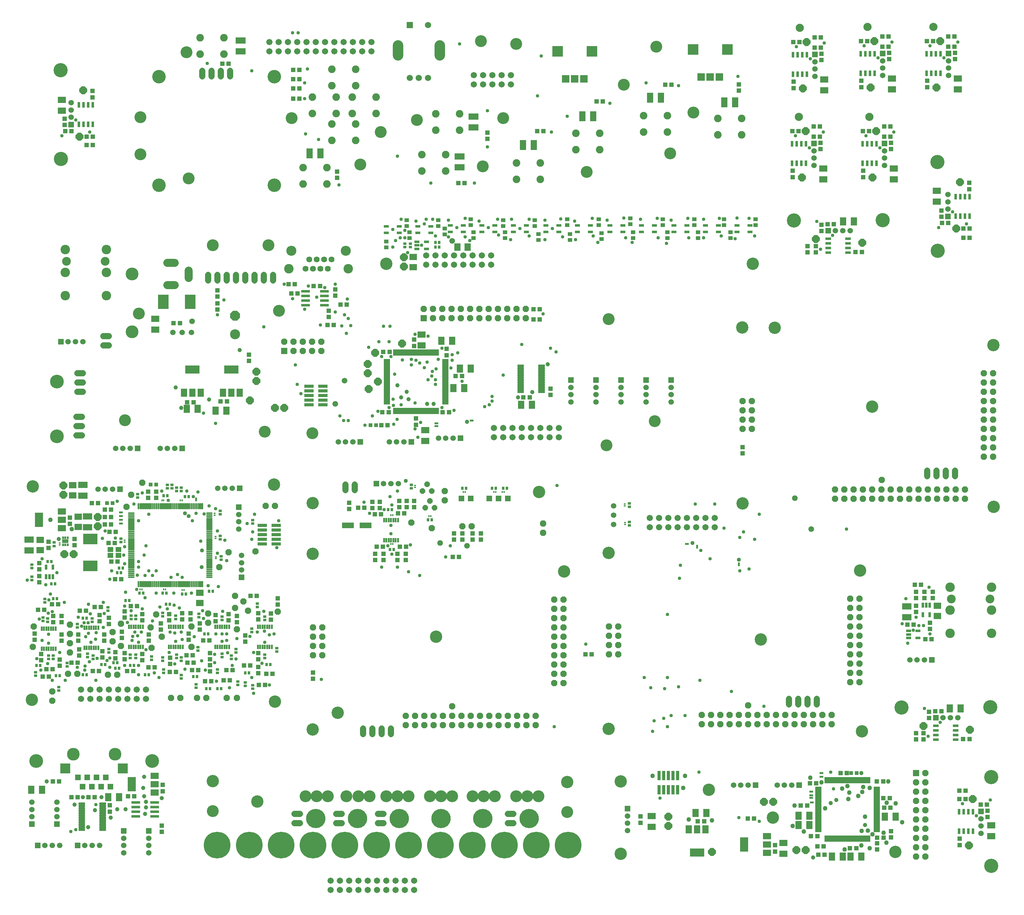
<source format=gbr>
G04 EAGLE Gerber RS-274X export*
G75*
%MOMM*%
%FSLAX34Y34*%
%LPD*%
%INSoldermask Top*%
%IPPOS*%
%AMOC8*
5,1,8,0,0,1.08239X$1,22.5*%
G01*
%ADD10C,3.378200*%
%ADD11C,5.283200*%
%ADD12C,2.235200*%
%ADD13C,3.759200*%
%ADD14C,3.251200*%
%ADD15C,3.703200*%
%ADD16C,3.886200*%
%ADD17C,3.505200*%
%ADD18R,0.473200X1.703200*%
%ADD19R,1.703200X0.473200*%
%ADD20R,0.903200X0.803200*%
%ADD21R,1.603200X1.403200*%
%ADD22R,1.303200X1.203200*%
%ADD23R,2.003200X1.803200*%
%ADD24R,0.803200X0.903200*%
%ADD25C,0.275422*%
%ADD26R,1.203200X1.303200*%
%ADD27R,2.603200X0.963200*%
%ADD28R,1.003200X1.003200*%
%ADD29P,2.309387X8X202.500000*%
%ADD30R,0.553200X0.453200*%
%ADD31P,2.309387X8X22.500000*%
%ADD32R,0.453200X0.553200*%
%ADD33R,0.483200X0.633200*%
%ADD34R,1.403200X0.803200*%
%ADD35R,1.177100X1.001900*%
%ADD36R,2.984500X2.984500*%
%ADD37R,2.003200X2.003200*%
%ADD38R,0.963200X2.603200*%
%ADD39P,1.869504X8X112.500000*%
%ADD40P,1.869504X8X22.500000*%
%ADD41C,2.603200*%
%ADD42C,2.403200*%
%ADD43C,2.082800*%
%ADD44R,1.511200X1.511200*%
%ADD45C,1.511200*%
%ADD46P,1.649562X8X22.500000*%
%ADD47C,1.727200*%
%ADD48R,1.600200X1.600200*%
%ADD49C,3.479800*%
%ADD50R,2.679700X2.679700*%
%ADD51R,1.403200X0.753200*%
%ADD52R,0.508000X1.193800*%
%ADD53R,0.803200X1.403200*%
%ADD54R,2.603200X1.803200*%
%ADD55R,0.503200X0.653200*%
%ADD56R,1.700000X1.000000*%
%ADD57R,2.209800X1.701800*%
%ADD58R,2.209800X4.013200*%
%ADD59R,4.003200X3.003200*%
%ADD60P,1.869504X8X202.500000*%
%ADD61R,1.701800X2.209800*%
%ADD62R,4.013200X2.209800*%
%ADD63R,1.283200X1.253200*%
%ADD64R,1.253200X1.283200*%
%ADD65R,2.203200X1.703200*%
%ADD66R,1.703200X2.203200*%
%ADD67C,1.711200*%
%ADD68C,0.306600*%
%ADD69R,0.803200X1.603200*%
%ADD70R,2.403200X0.803200*%
%ADD71C,1.625600*%
%ADD72C,2.753200*%
%ADD73R,1.700000X2.800000*%
%ADD74R,2.800000X1.700000*%
%ADD75R,1.711200X1.711200*%
%ADD76C,2.903200*%
%ADD77R,1.727200X1.727200*%
%ADD78R,1.603200X0.803200*%
%ADD79P,2.309387X8X112.500000*%
%ADD80R,3.203200X1.603200*%
%ADD81C,2.203200*%
%ADD82C,2.743200*%
%ADD83P,2.969212X8X112.500000*%
%ADD84P,1.869504X8X292.500000*%
%ADD85R,0.633200X0.483200*%
%ADD86R,3.003200X4.003200*%
%ADD87R,1.803200X2.003200*%
%ADD88C,0.959600*%
%ADD89C,1.159600*%
%ADD90C,1.259600*%
%ADD91C,1.553200*%
%ADD92C,7.315200*%
%ADD93C,1.109600*%


D10*
X824230Y943610D03*
X1512570Y895350D03*
X824230Y462280D03*
X1634490Y946150D03*
X2322830Y897890D03*
X1634998Y464566D03*
X2000250Y1563624D03*
X2688336Y1515364D03*
X2001012Y1081786D03*
X1521460Y318770D03*
X1667510Y320040D03*
X673100Y265430D03*
X55880Y543560D03*
X58420Y1127760D03*
X718820Y1132840D03*
X721360Y538480D03*
X1162050Y716280D03*
X2051050Y708660D03*
X2355850Y1346200D03*
X1443990Y1112520D03*
X824230Y1082040D03*
X2688590Y1071880D03*
X2089150Y1562100D03*
X892810Y508000D03*
X2327910Y457200D03*
X551180Y321310D03*
X2084070Y220980D03*
X2419350Y127000D03*
X1908810Y297180D03*
X1667510Y121920D03*
D11*
X833120Y218440D03*
X947420Y218440D03*
X1061720Y218440D03*
X1176020Y218440D03*
X1290320Y218440D03*
X1417320Y218440D03*
D12*
X2158246Y2384044D03*
D13*
X67310Y375920D03*
X384810Y375920D03*
D14*
X551180Y1788160D03*
X703580Y1788160D03*
X478790Y2316480D03*
X353060Y2138680D03*
X767080Y2136140D03*
X485140Y1971040D03*
X1290320Y2004060D03*
X1803400Y2039620D03*
X1381760Y2339340D03*
X1765300Y2331720D03*
X348437Y1601216D03*
X731977Y1608785D03*
X310337Y1309091D03*
X823443Y1273454D03*
X1628546Y1240536D03*
X1635049Y1585849D03*
X353060Y2037080D03*
X1760677Y1306500D03*
X1574800Y1988820D03*
X1676400Y2227580D03*
X1866900Y2151380D03*
X1346200Y2136140D03*
X1109980Y2131060D03*
X955040Y2009140D03*
X1010920Y2098040D03*
X1285240Y2346960D03*
X693420Y1277620D03*
X1521460Y236220D03*
X551180Y238760D03*
D12*
X2343666Y2386584D03*
X2155706Y2140204D03*
X2348746Y2140204D03*
X2524006Y2386584D03*
D10*
X2029460Y1737360D03*
X1026160Y1737360D03*
D13*
X124460Y1414780D03*
X124460Y1264920D03*
D15*
X719340Y2250080D03*
X403340Y2250080D03*
X719340Y1953080D03*
X403340Y1953080D03*
D16*
X2682240Y89408D03*
X2681986Y331978D03*
X2679192Y523240D03*
X2436622Y522986D03*
X134620Y2267712D03*
X134874Y2025142D03*
X2384552Y1856740D03*
X2141982Y1856486D03*
X2534920Y2016252D03*
X2535174Y1773682D03*
D17*
X330200Y1710182D03*
X330200Y1551432D03*
D18*
X2348540Y323840D03*
X2343540Y323840D03*
X2338540Y323840D03*
X2333540Y323840D03*
X2328540Y323840D03*
X2323540Y323840D03*
X2318540Y323840D03*
X2313540Y323840D03*
X2308540Y323840D03*
X2303540Y323840D03*
X2298540Y323840D03*
X2293540Y323840D03*
X2288540Y323840D03*
X2283540Y323840D03*
X2278540Y323840D03*
X2273540Y323840D03*
X2268540Y323840D03*
X2263540Y323840D03*
X2258540Y323840D03*
X2253540Y323840D03*
X2248540Y323840D03*
X2243540Y323840D03*
X2238540Y323840D03*
X2233540Y323840D03*
X2228540Y323840D03*
D19*
X2208540Y303840D03*
X2208540Y298840D03*
X2208540Y293840D03*
X2208540Y288840D03*
X2208540Y283840D03*
X2208540Y278840D03*
X2208540Y273840D03*
X2208540Y268840D03*
X2208540Y263840D03*
X2208540Y258840D03*
X2208540Y253840D03*
X2208540Y248840D03*
X2208540Y243840D03*
X2208540Y238840D03*
X2208540Y233840D03*
X2208540Y228840D03*
X2208540Y223840D03*
X2208540Y218840D03*
X2208540Y213840D03*
X2208540Y208840D03*
X2208540Y203840D03*
X2208540Y198840D03*
X2208540Y193840D03*
X2208540Y188840D03*
X2208540Y183840D03*
D18*
X2228540Y163840D03*
X2233540Y163840D03*
X2238540Y163840D03*
X2243540Y163840D03*
X2248540Y163840D03*
X2253540Y163840D03*
X2258540Y163840D03*
X2263540Y163840D03*
X2268540Y163840D03*
X2273540Y163840D03*
X2278540Y163840D03*
X2283540Y163840D03*
X2288540Y163840D03*
X2293540Y163840D03*
X2298540Y163840D03*
X2303540Y163840D03*
X2308540Y163840D03*
X2313540Y163840D03*
X2318540Y163840D03*
X2323540Y163840D03*
X2328540Y163840D03*
X2333540Y163840D03*
X2338540Y163840D03*
X2343540Y163840D03*
X2348540Y163840D03*
D19*
X2368540Y183840D03*
X2368540Y188840D03*
X2368540Y193840D03*
X2368540Y198840D03*
X2368540Y203840D03*
X2368540Y208840D03*
X2368540Y213840D03*
X2368540Y218840D03*
X2368540Y223840D03*
X2368540Y228840D03*
X2368540Y233840D03*
X2368540Y238840D03*
X2368540Y243840D03*
X2368540Y248840D03*
X2368540Y253840D03*
X2368540Y258840D03*
X2368540Y263840D03*
X2368540Y268840D03*
X2368540Y273840D03*
X2368540Y278840D03*
X2368540Y283840D03*
X2368540Y288840D03*
X2368540Y293840D03*
X2368540Y298840D03*
X2368540Y303840D03*
D20*
X660400Y1026240D03*
X660400Y1036240D03*
D21*
X292940Y939420D03*
X292940Y955420D03*
X270940Y955420D03*
X270940Y939420D03*
D22*
X282820Y972820D03*
X265820Y972820D03*
X273440Y922020D03*
X290440Y922020D03*
D23*
X515620Y836960D03*
X515620Y808960D03*
D24*
X475060Y1099820D03*
X485060Y1099820D03*
D22*
X374142Y1096654D03*
X374142Y1113654D03*
D25*
X347879Y868379D02*
X347879Y853501D01*
X345801Y853501D01*
X345801Y868379D01*
X347879Y868379D01*
X347879Y856117D02*
X345801Y856117D01*
X345801Y858733D02*
X347879Y858733D01*
X347879Y861349D02*
X345801Y861349D01*
X345801Y863965D02*
X347879Y863965D01*
X347879Y866581D02*
X345801Y866581D01*
X352879Y868379D02*
X352879Y853501D01*
X350801Y853501D01*
X350801Y868379D01*
X352879Y868379D01*
X352879Y856117D02*
X350801Y856117D01*
X350801Y858733D02*
X352879Y858733D01*
X352879Y861349D02*
X350801Y861349D01*
X350801Y863965D02*
X352879Y863965D01*
X352879Y866581D02*
X350801Y866581D01*
X357879Y868379D02*
X357879Y853501D01*
X355801Y853501D01*
X355801Y868379D01*
X357879Y868379D01*
X357879Y856117D02*
X355801Y856117D01*
X355801Y858733D02*
X357879Y858733D01*
X357879Y861349D02*
X355801Y861349D01*
X355801Y863965D02*
X357879Y863965D01*
X357879Y866581D02*
X355801Y866581D01*
X362879Y868379D02*
X362879Y853501D01*
X360801Y853501D01*
X360801Y868379D01*
X362879Y868379D01*
X362879Y856117D02*
X360801Y856117D01*
X360801Y858733D02*
X362879Y858733D01*
X362879Y861349D02*
X360801Y861349D01*
X360801Y863965D02*
X362879Y863965D01*
X362879Y866581D02*
X360801Y866581D01*
X367879Y868379D02*
X367879Y853501D01*
X365801Y853501D01*
X365801Y868379D01*
X367879Y868379D01*
X367879Y856117D02*
X365801Y856117D01*
X365801Y858733D02*
X367879Y858733D01*
X367879Y861349D02*
X365801Y861349D01*
X365801Y863965D02*
X367879Y863965D01*
X367879Y866581D02*
X365801Y866581D01*
X372879Y868379D02*
X372879Y853501D01*
X370801Y853501D01*
X370801Y868379D01*
X372879Y868379D01*
X372879Y856117D02*
X370801Y856117D01*
X370801Y858733D02*
X372879Y858733D01*
X372879Y861349D02*
X370801Y861349D01*
X370801Y863965D02*
X372879Y863965D01*
X372879Y866581D02*
X370801Y866581D01*
X377879Y868379D02*
X377879Y853501D01*
X375801Y853501D01*
X375801Y868379D01*
X377879Y868379D01*
X377879Y856117D02*
X375801Y856117D01*
X375801Y858733D02*
X377879Y858733D01*
X377879Y861349D02*
X375801Y861349D01*
X375801Y863965D02*
X377879Y863965D01*
X377879Y866581D02*
X375801Y866581D01*
X382879Y868379D02*
X382879Y853501D01*
X380801Y853501D01*
X380801Y868379D01*
X382879Y868379D01*
X382879Y856117D02*
X380801Y856117D01*
X380801Y858733D02*
X382879Y858733D01*
X382879Y861349D02*
X380801Y861349D01*
X380801Y863965D02*
X382879Y863965D01*
X382879Y866581D02*
X380801Y866581D01*
X387879Y868379D02*
X387879Y853501D01*
X385801Y853501D01*
X385801Y868379D01*
X387879Y868379D01*
X387879Y856117D02*
X385801Y856117D01*
X385801Y858733D02*
X387879Y858733D01*
X387879Y861349D02*
X385801Y861349D01*
X385801Y863965D02*
X387879Y863965D01*
X387879Y866581D02*
X385801Y866581D01*
X392879Y868379D02*
X392879Y853501D01*
X390801Y853501D01*
X390801Y868379D01*
X392879Y868379D01*
X392879Y856117D02*
X390801Y856117D01*
X390801Y858733D02*
X392879Y858733D01*
X392879Y861349D02*
X390801Y861349D01*
X390801Y863965D02*
X392879Y863965D01*
X392879Y866581D02*
X390801Y866581D01*
X397879Y868379D02*
X397879Y853501D01*
X395801Y853501D01*
X395801Y868379D01*
X397879Y868379D01*
X397879Y856117D02*
X395801Y856117D01*
X395801Y858733D02*
X397879Y858733D01*
X397879Y861349D02*
X395801Y861349D01*
X395801Y863965D02*
X397879Y863965D01*
X397879Y866581D02*
X395801Y866581D01*
X402879Y868379D02*
X402879Y853501D01*
X400801Y853501D01*
X400801Y868379D01*
X402879Y868379D01*
X402879Y856117D02*
X400801Y856117D01*
X400801Y858733D02*
X402879Y858733D01*
X402879Y861349D02*
X400801Y861349D01*
X400801Y863965D02*
X402879Y863965D01*
X402879Y866581D02*
X400801Y866581D01*
X407879Y868379D02*
X407879Y853501D01*
X405801Y853501D01*
X405801Y868379D01*
X407879Y868379D01*
X407879Y856117D02*
X405801Y856117D01*
X405801Y858733D02*
X407879Y858733D01*
X407879Y861349D02*
X405801Y861349D01*
X405801Y863965D02*
X407879Y863965D01*
X407879Y866581D02*
X405801Y866581D01*
X412879Y868379D02*
X412879Y853501D01*
X410801Y853501D01*
X410801Y868379D01*
X412879Y868379D01*
X412879Y856117D02*
X410801Y856117D01*
X410801Y858733D02*
X412879Y858733D01*
X412879Y861349D02*
X410801Y861349D01*
X410801Y863965D02*
X412879Y863965D01*
X412879Y866581D02*
X410801Y866581D01*
X417879Y868379D02*
X417879Y853501D01*
X415801Y853501D01*
X415801Y868379D01*
X417879Y868379D01*
X417879Y856117D02*
X415801Y856117D01*
X415801Y858733D02*
X417879Y858733D01*
X417879Y861349D02*
X415801Y861349D01*
X415801Y863965D02*
X417879Y863965D01*
X417879Y866581D02*
X415801Y866581D01*
X422879Y868379D02*
X422879Y853501D01*
X420801Y853501D01*
X420801Y868379D01*
X422879Y868379D01*
X422879Y856117D02*
X420801Y856117D01*
X420801Y858733D02*
X422879Y858733D01*
X422879Y861349D02*
X420801Y861349D01*
X420801Y863965D02*
X422879Y863965D01*
X422879Y866581D02*
X420801Y866581D01*
X427879Y868379D02*
X427879Y853501D01*
X425801Y853501D01*
X425801Y868379D01*
X427879Y868379D01*
X427879Y856117D02*
X425801Y856117D01*
X425801Y858733D02*
X427879Y858733D01*
X427879Y861349D02*
X425801Y861349D01*
X425801Y863965D02*
X427879Y863965D01*
X427879Y866581D02*
X425801Y866581D01*
X432879Y868379D02*
X432879Y853501D01*
X430801Y853501D01*
X430801Y868379D01*
X432879Y868379D01*
X432879Y856117D02*
X430801Y856117D01*
X430801Y858733D02*
X432879Y858733D01*
X432879Y861349D02*
X430801Y861349D01*
X430801Y863965D02*
X432879Y863965D01*
X432879Y866581D02*
X430801Y866581D01*
X437879Y868379D02*
X437879Y853501D01*
X435801Y853501D01*
X435801Y868379D01*
X437879Y868379D01*
X437879Y856117D02*
X435801Y856117D01*
X435801Y858733D02*
X437879Y858733D01*
X437879Y861349D02*
X435801Y861349D01*
X435801Y863965D02*
X437879Y863965D01*
X437879Y866581D02*
X435801Y866581D01*
X442879Y868379D02*
X442879Y853501D01*
X440801Y853501D01*
X440801Y868379D01*
X442879Y868379D01*
X442879Y856117D02*
X440801Y856117D01*
X440801Y858733D02*
X442879Y858733D01*
X442879Y861349D02*
X440801Y861349D01*
X440801Y863965D02*
X442879Y863965D01*
X442879Y866581D02*
X440801Y866581D01*
X447879Y868379D02*
X447879Y853501D01*
X445801Y853501D01*
X445801Y868379D01*
X447879Y868379D01*
X447879Y856117D02*
X445801Y856117D01*
X445801Y858733D02*
X447879Y858733D01*
X447879Y861349D02*
X445801Y861349D01*
X445801Y863965D02*
X447879Y863965D01*
X447879Y866581D02*
X445801Y866581D01*
X452879Y868379D02*
X452879Y853501D01*
X450801Y853501D01*
X450801Y868379D01*
X452879Y868379D01*
X452879Y856117D02*
X450801Y856117D01*
X450801Y858733D02*
X452879Y858733D01*
X452879Y861349D02*
X450801Y861349D01*
X450801Y863965D02*
X452879Y863965D01*
X452879Y866581D02*
X450801Y866581D01*
X457879Y868379D02*
X457879Y853501D01*
X455801Y853501D01*
X455801Y868379D01*
X457879Y868379D01*
X457879Y856117D02*
X455801Y856117D01*
X455801Y858733D02*
X457879Y858733D01*
X457879Y861349D02*
X455801Y861349D01*
X455801Y863965D02*
X457879Y863965D01*
X457879Y866581D02*
X455801Y866581D01*
X462879Y868379D02*
X462879Y853501D01*
X460801Y853501D01*
X460801Y868379D01*
X462879Y868379D01*
X462879Y856117D02*
X460801Y856117D01*
X460801Y858733D02*
X462879Y858733D01*
X462879Y861349D02*
X460801Y861349D01*
X460801Y863965D02*
X462879Y863965D01*
X462879Y866581D02*
X460801Y866581D01*
X467879Y868379D02*
X467879Y853501D01*
X465801Y853501D01*
X465801Y868379D01*
X467879Y868379D01*
X467879Y856117D02*
X465801Y856117D01*
X465801Y858733D02*
X467879Y858733D01*
X467879Y861349D02*
X465801Y861349D01*
X465801Y863965D02*
X467879Y863965D01*
X467879Y866581D02*
X465801Y866581D01*
X472879Y868379D02*
X472879Y853501D01*
X470801Y853501D01*
X470801Y868379D01*
X472879Y868379D01*
X472879Y856117D02*
X470801Y856117D01*
X470801Y858733D02*
X472879Y858733D01*
X472879Y861349D02*
X470801Y861349D01*
X470801Y863965D02*
X472879Y863965D01*
X472879Y866581D02*
X470801Y866581D01*
X477879Y868379D02*
X477879Y853501D01*
X475801Y853501D01*
X475801Y868379D01*
X477879Y868379D01*
X477879Y856117D02*
X475801Y856117D01*
X475801Y858733D02*
X477879Y858733D01*
X477879Y861349D02*
X475801Y861349D01*
X475801Y863965D02*
X477879Y863965D01*
X477879Y866581D02*
X475801Y866581D01*
X482879Y868379D02*
X482879Y853501D01*
X480801Y853501D01*
X480801Y868379D01*
X482879Y868379D01*
X482879Y856117D02*
X480801Y856117D01*
X480801Y858733D02*
X482879Y858733D01*
X482879Y861349D02*
X480801Y861349D01*
X480801Y863965D02*
X482879Y863965D01*
X482879Y866581D02*
X480801Y866581D01*
X487879Y868379D02*
X487879Y853501D01*
X485801Y853501D01*
X485801Y868379D01*
X487879Y868379D01*
X487879Y856117D02*
X485801Y856117D01*
X485801Y858733D02*
X487879Y858733D01*
X487879Y861349D02*
X485801Y861349D01*
X485801Y863965D02*
X487879Y863965D01*
X487879Y866581D02*
X485801Y866581D01*
X492879Y868379D02*
X492879Y853501D01*
X490801Y853501D01*
X490801Y868379D01*
X492879Y868379D01*
X492879Y856117D02*
X490801Y856117D01*
X490801Y858733D02*
X492879Y858733D01*
X492879Y861349D02*
X490801Y861349D01*
X490801Y863965D02*
X492879Y863965D01*
X492879Y866581D02*
X490801Y866581D01*
X497879Y868379D02*
X497879Y853501D01*
X495801Y853501D01*
X495801Y868379D01*
X497879Y868379D01*
X497879Y856117D02*
X495801Y856117D01*
X495801Y858733D02*
X497879Y858733D01*
X497879Y861349D02*
X495801Y861349D01*
X495801Y863965D02*
X497879Y863965D01*
X497879Y866581D02*
X495801Y866581D01*
X502879Y868379D02*
X502879Y853501D01*
X500801Y853501D01*
X500801Y868379D01*
X502879Y868379D01*
X502879Y856117D02*
X500801Y856117D01*
X500801Y858733D02*
X502879Y858733D01*
X502879Y861349D02*
X500801Y861349D01*
X500801Y863965D02*
X502879Y863965D01*
X502879Y866581D02*
X500801Y866581D01*
X507879Y868379D02*
X507879Y853501D01*
X505801Y853501D01*
X505801Y868379D01*
X507879Y868379D01*
X507879Y856117D02*
X505801Y856117D01*
X505801Y858733D02*
X507879Y858733D01*
X507879Y861349D02*
X505801Y861349D01*
X505801Y863965D02*
X507879Y863965D01*
X507879Y866581D02*
X505801Y866581D01*
X512879Y868379D02*
X512879Y853501D01*
X510801Y853501D01*
X510801Y868379D01*
X512879Y868379D01*
X512879Y856117D02*
X510801Y856117D01*
X510801Y858733D02*
X512879Y858733D01*
X512879Y861349D02*
X510801Y861349D01*
X510801Y863965D02*
X512879Y863965D01*
X512879Y866581D02*
X510801Y866581D01*
X517879Y868379D02*
X517879Y853501D01*
X515801Y853501D01*
X515801Y868379D01*
X517879Y868379D01*
X517879Y856117D02*
X515801Y856117D01*
X515801Y858733D02*
X517879Y858733D01*
X517879Y861349D02*
X515801Y861349D01*
X515801Y863965D02*
X517879Y863965D01*
X517879Y866581D02*
X515801Y866581D01*
X522879Y868379D02*
X522879Y853501D01*
X520801Y853501D01*
X520801Y868379D01*
X522879Y868379D01*
X522879Y856117D02*
X520801Y856117D01*
X520801Y858733D02*
X522879Y858733D01*
X522879Y861349D02*
X520801Y861349D01*
X520801Y863965D02*
X522879Y863965D01*
X522879Y866581D02*
X520801Y866581D01*
X522879Y1067101D02*
X522879Y1081979D01*
X522879Y1067101D02*
X520801Y1067101D01*
X520801Y1081979D01*
X522879Y1081979D01*
X522879Y1069717D02*
X520801Y1069717D01*
X520801Y1072333D02*
X522879Y1072333D01*
X522879Y1074949D02*
X520801Y1074949D01*
X520801Y1077565D02*
X522879Y1077565D01*
X522879Y1080181D02*
X520801Y1080181D01*
X517879Y1081979D02*
X517879Y1067101D01*
X515801Y1067101D01*
X515801Y1081979D01*
X517879Y1081979D01*
X517879Y1069717D02*
X515801Y1069717D01*
X515801Y1072333D02*
X517879Y1072333D01*
X517879Y1074949D02*
X515801Y1074949D01*
X515801Y1077565D02*
X517879Y1077565D01*
X517879Y1080181D02*
X515801Y1080181D01*
X512879Y1081979D02*
X512879Y1067101D01*
X510801Y1067101D01*
X510801Y1081979D01*
X512879Y1081979D01*
X512879Y1069717D02*
X510801Y1069717D01*
X510801Y1072333D02*
X512879Y1072333D01*
X512879Y1074949D02*
X510801Y1074949D01*
X510801Y1077565D02*
X512879Y1077565D01*
X512879Y1080181D02*
X510801Y1080181D01*
X507879Y1081979D02*
X507879Y1067101D01*
X505801Y1067101D01*
X505801Y1081979D01*
X507879Y1081979D01*
X507879Y1069717D02*
X505801Y1069717D01*
X505801Y1072333D02*
X507879Y1072333D01*
X507879Y1074949D02*
X505801Y1074949D01*
X505801Y1077565D02*
X507879Y1077565D01*
X507879Y1080181D02*
X505801Y1080181D01*
X502879Y1081979D02*
X502879Y1067101D01*
X500801Y1067101D01*
X500801Y1081979D01*
X502879Y1081979D01*
X502879Y1069717D02*
X500801Y1069717D01*
X500801Y1072333D02*
X502879Y1072333D01*
X502879Y1074949D02*
X500801Y1074949D01*
X500801Y1077565D02*
X502879Y1077565D01*
X502879Y1080181D02*
X500801Y1080181D01*
X497879Y1081979D02*
X497879Y1067101D01*
X495801Y1067101D01*
X495801Y1081979D01*
X497879Y1081979D01*
X497879Y1069717D02*
X495801Y1069717D01*
X495801Y1072333D02*
X497879Y1072333D01*
X497879Y1074949D02*
X495801Y1074949D01*
X495801Y1077565D02*
X497879Y1077565D01*
X497879Y1080181D02*
X495801Y1080181D01*
X492879Y1081979D02*
X492879Y1067101D01*
X490801Y1067101D01*
X490801Y1081979D01*
X492879Y1081979D01*
X492879Y1069717D02*
X490801Y1069717D01*
X490801Y1072333D02*
X492879Y1072333D01*
X492879Y1074949D02*
X490801Y1074949D01*
X490801Y1077565D02*
X492879Y1077565D01*
X492879Y1080181D02*
X490801Y1080181D01*
X487879Y1081979D02*
X487879Y1067101D01*
X485801Y1067101D01*
X485801Y1081979D01*
X487879Y1081979D01*
X487879Y1069717D02*
X485801Y1069717D01*
X485801Y1072333D02*
X487879Y1072333D01*
X487879Y1074949D02*
X485801Y1074949D01*
X485801Y1077565D02*
X487879Y1077565D01*
X487879Y1080181D02*
X485801Y1080181D01*
X482879Y1081979D02*
X482879Y1067101D01*
X480801Y1067101D01*
X480801Y1081979D01*
X482879Y1081979D01*
X482879Y1069717D02*
X480801Y1069717D01*
X480801Y1072333D02*
X482879Y1072333D01*
X482879Y1074949D02*
X480801Y1074949D01*
X480801Y1077565D02*
X482879Y1077565D01*
X482879Y1080181D02*
X480801Y1080181D01*
X477879Y1081979D02*
X477879Y1067101D01*
X475801Y1067101D01*
X475801Y1081979D01*
X477879Y1081979D01*
X477879Y1069717D02*
X475801Y1069717D01*
X475801Y1072333D02*
X477879Y1072333D01*
X477879Y1074949D02*
X475801Y1074949D01*
X475801Y1077565D02*
X477879Y1077565D01*
X477879Y1080181D02*
X475801Y1080181D01*
X472879Y1081979D02*
X472879Y1067101D01*
X470801Y1067101D01*
X470801Y1081979D01*
X472879Y1081979D01*
X472879Y1069717D02*
X470801Y1069717D01*
X470801Y1072333D02*
X472879Y1072333D01*
X472879Y1074949D02*
X470801Y1074949D01*
X470801Y1077565D02*
X472879Y1077565D01*
X472879Y1080181D02*
X470801Y1080181D01*
X467879Y1081979D02*
X467879Y1067101D01*
X465801Y1067101D01*
X465801Y1081979D01*
X467879Y1081979D01*
X467879Y1069717D02*
X465801Y1069717D01*
X465801Y1072333D02*
X467879Y1072333D01*
X467879Y1074949D02*
X465801Y1074949D01*
X465801Y1077565D02*
X467879Y1077565D01*
X467879Y1080181D02*
X465801Y1080181D01*
X462879Y1081979D02*
X462879Y1067101D01*
X460801Y1067101D01*
X460801Y1081979D01*
X462879Y1081979D01*
X462879Y1069717D02*
X460801Y1069717D01*
X460801Y1072333D02*
X462879Y1072333D01*
X462879Y1074949D02*
X460801Y1074949D01*
X460801Y1077565D02*
X462879Y1077565D01*
X462879Y1080181D02*
X460801Y1080181D01*
X457879Y1081979D02*
X457879Y1067101D01*
X455801Y1067101D01*
X455801Y1081979D01*
X457879Y1081979D01*
X457879Y1069717D02*
X455801Y1069717D01*
X455801Y1072333D02*
X457879Y1072333D01*
X457879Y1074949D02*
X455801Y1074949D01*
X455801Y1077565D02*
X457879Y1077565D01*
X457879Y1080181D02*
X455801Y1080181D01*
X452879Y1081979D02*
X452879Y1067101D01*
X450801Y1067101D01*
X450801Y1081979D01*
X452879Y1081979D01*
X452879Y1069717D02*
X450801Y1069717D01*
X450801Y1072333D02*
X452879Y1072333D01*
X452879Y1074949D02*
X450801Y1074949D01*
X450801Y1077565D02*
X452879Y1077565D01*
X452879Y1080181D02*
X450801Y1080181D01*
X447879Y1081979D02*
X447879Y1067101D01*
X445801Y1067101D01*
X445801Y1081979D01*
X447879Y1081979D01*
X447879Y1069717D02*
X445801Y1069717D01*
X445801Y1072333D02*
X447879Y1072333D01*
X447879Y1074949D02*
X445801Y1074949D01*
X445801Y1077565D02*
X447879Y1077565D01*
X447879Y1080181D02*
X445801Y1080181D01*
X442879Y1081979D02*
X442879Y1067101D01*
X440801Y1067101D01*
X440801Y1081979D01*
X442879Y1081979D01*
X442879Y1069717D02*
X440801Y1069717D01*
X440801Y1072333D02*
X442879Y1072333D01*
X442879Y1074949D02*
X440801Y1074949D01*
X440801Y1077565D02*
X442879Y1077565D01*
X442879Y1080181D02*
X440801Y1080181D01*
X437879Y1081979D02*
X437879Y1067101D01*
X435801Y1067101D01*
X435801Y1081979D01*
X437879Y1081979D01*
X437879Y1069717D02*
X435801Y1069717D01*
X435801Y1072333D02*
X437879Y1072333D01*
X437879Y1074949D02*
X435801Y1074949D01*
X435801Y1077565D02*
X437879Y1077565D01*
X437879Y1080181D02*
X435801Y1080181D01*
X432879Y1081979D02*
X432879Y1067101D01*
X430801Y1067101D01*
X430801Y1081979D01*
X432879Y1081979D01*
X432879Y1069717D02*
X430801Y1069717D01*
X430801Y1072333D02*
X432879Y1072333D01*
X432879Y1074949D02*
X430801Y1074949D01*
X430801Y1077565D02*
X432879Y1077565D01*
X432879Y1080181D02*
X430801Y1080181D01*
X427879Y1081979D02*
X427879Y1067101D01*
X425801Y1067101D01*
X425801Y1081979D01*
X427879Y1081979D01*
X427879Y1069717D02*
X425801Y1069717D01*
X425801Y1072333D02*
X427879Y1072333D01*
X427879Y1074949D02*
X425801Y1074949D01*
X425801Y1077565D02*
X427879Y1077565D01*
X427879Y1080181D02*
X425801Y1080181D01*
X422879Y1081979D02*
X422879Y1067101D01*
X420801Y1067101D01*
X420801Y1081979D01*
X422879Y1081979D01*
X422879Y1069717D02*
X420801Y1069717D01*
X420801Y1072333D02*
X422879Y1072333D01*
X422879Y1074949D02*
X420801Y1074949D01*
X420801Y1077565D02*
X422879Y1077565D01*
X422879Y1080181D02*
X420801Y1080181D01*
X417879Y1081979D02*
X417879Y1067101D01*
X415801Y1067101D01*
X415801Y1081979D01*
X417879Y1081979D01*
X417879Y1069717D02*
X415801Y1069717D01*
X415801Y1072333D02*
X417879Y1072333D01*
X417879Y1074949D02*
X415801Y1074949D01*
X415801Y1077565D02*
X417879Y1077565D01*
X417879Y1080181D02*
X415801Y1080181D01*
X412879Y1081979D02*
X412879Y1067101D01*
X410801Y1067101D01*
X410801Y1081979D01*
X412879Y1081979D01*
X412879Y1069717D02*
X410801Y1069717D01*
X410801Y1072333D02*
X412879Y1072333D01*
X412879Y1074949D02*
X410801Y1074949D01*
X410801Y1077565D02*
X412879Y1077565D01*
X412879Y1080181D02*
X410801Y1080181D01*
X407879Y1081979D02*
X407879Y1067101D01*
X405801Y1067101D01*
X405801Y1081979D01*
X407879Y1081979D01*
X407879Y1069717D02*
X405801Y1069717D01*
X405801Y1072333D02*
X407879Y1072333D01*
X407879Y1074949D02*
X405801Y1074949D01*
X405801Y1077565D02*
X407879Y1077565D01*
X407879Y1080181D02*
X405801Y1080181D01*
X402879Y1081979D02*
X402879Y1067101D01*
X400801Y1067101D01*
X400801Y1081979D01*
X402879Y1081979D01*
X402879Y1069717D02*
X400801Y1069717D01*
X400801Y1072333D02*
X402879Y1072333D01*
X402879Y1074949D02*
X400801Y1074949D01*
X400801Y1077565D02*
X402879Y1077565D01*
X402879Y1080181D02*
X400801Y1080181D01*
X397879Y1081979D02*
X397879Y1067101D01*
X395801Y1067101D01*
X395801Y1081979D01*
X397879Y1081979D01*
X397879Y1069717D02*
X395801Y1069717D01*
X395801Y1072333D02*
X397879Y1072333D01*
X397879Y1074949D02*
X395801Y1074949D01*
X395801Y1077565D02*
X397879Y1077565D01*
X397879Y1080181D02*
X395801Y1080181D01*
X392879Y1081979D02*
X392879Y1067101D01*
X390801Y1067101D01*
X390801Y1081979D01*
X392879Y1081979D01*
X392879Y1069717D02*
X390801Y1069717D01*
X390801Y1072333D02*
X392879Y1072333D01*
X392879Y1074949D02*
X390801Y1074949D01*
X390801Y1077565D02*
X392879Y1077565D01*
X392879Y1080181D02*
X390801Y1080181D01*
X387879Y1081979D02*
X387879Y1067101D01*
X385801Y1067101D01*
X385801Y1081979D01*
X387879Y1081979D01*
X387879Y1069717D02*
X385801Y1069717D01*
X385801Y1072333D02*
X387879Y1072333D01*
X387879Y1074949D02*
X385801Y1074949D01*
X385801Y1077565D02*
X387879Y1077565D01*
X387879Y1080181D02*
X385801Y1080181D01*
X382879Y1081979D02*
X382879Y1067101D01*
X380801Y1067101D01*
X380801Y1081979D01*
X382879Y1081979D01*
X382879Y1069717D02*
X380801Y1069717D01*
X380801Y1072333D02*
X382879Y1072333D01*
X382879Y1074949D02*
X380801Y1074949D01*
X380801Y1077565D02*
X382879Y1077565D01*
X382879Y1080181D02*
X380801Y1080181D01*
X377879Y1081979D02*
X377879Y1067101D01*
X375801Y1067101D01*
X375801Y1081979D01*
X377879Y1081979D01*
X377879Y1069717D02*
X375801Y1069717D01*
X375801Y1072333D02*
X377879Y1072333D01*
X377879Y1074949D02*
X375801Y1074949D01*
X375801Y1077565D02*
X377879Y1077565D01*
X377879Y1080181D02*
X375801Y1080181D01*
X372879Y1081979D02*
X372879Y1067101D01*
X370801Y1067101D01*
X370801Y1081979D01*
X372879Y1081979D01*
X372879Y1069717D02*
X370801Y1069717D01*
X370801Y1072333D02*
X372879Y1072333D01*
X372879Y1074949D02*
X370801Y1074949D01*
X370801Y1077565D02*
X372879Y1077565D01*
X372879Y1080181D02*
X370801Y1080181D01*
X367879Y1081979D02*
X367879Y1067101D01*
X365801Y1067101D01*
X365801Y1081979D01*
X367879Y1081979D01*
X367879Y1069717D02*
X365801Y1069717D01*
X365801Y1072333D02*
X367879Y1072333D01*
X367879Y1074949D02*
X365801Y1074949D01*
X365801Y1077565D02*
X367879Y1077565D01*
X367879Y1080181D02*
X365801Y1080181D01*
X362879Y1081979D02*
X362879Y1067101D01*
X360801Y1067101D01*
X360801Y1081979D01*
X362879Y1081979D01*
X362879Y1069717D02*
X360801Y1069717D01*
X360801Y1072333D02*
X362879Y1072333D01*
X362879Y1074949D02*
X360801Y1074949D01*
X360801Y1077565D02*
X362879Y1077565D01*
X362879Y1080181D02*
X360801Y1080181D01*
X357879Y1081979D02*
X357879Y1067101D01*
X355801Y1067101D01*
X355801Y1081979D01*
X357879Y1081979D01*
X357879Y1069717D02*
X355801Y1069717D01*
X355801Y1072333D02*
X357879Y1072333D01*
X357879Y1074949D02*
X355801Y1074949D01*
X355801Y1077565D02*
X357879Y1077565D01*
X357879Y1080181D02*
X355801Y1080181D01*
X352879Y1081979D02*
X352879Y1067101D01*
X350801Y1067101D01*
X350801Y1081979D01*
X352879Y1081979D01*
X352879Y1069717D02*
X350801Y1069717D01*
X350801Y1072333D02*
X352879Y1072333D01*
X352879Y1074949D02*
X350801Y1074949D01*
X350801Y1077565D02*
X352879Y1077565D01*
X352879Y1080181D02*
X350801Y1080181D01*
X347879Y1081979D02*
X347879Y1067101D01*
X345801Y1067101D01*
X345801Y1081979D01*
X347879Y1081979D01*
X347879Y1069717D02*
X345801Y1069717D01*
X345801Y1072333D02*
X347879Y1072333D01*
X347879Y1074949D02*
X345801Y1074949D01*
X345801Y1077565D02*
X347879Y1077565D01*
X347879Y1080181D02*
X345801Y1080181D01*
X334979Y1054201D02*
X320101Y1054201D01*
X320101Y1056279D01*
X334979Y1056279D01*
X334979Y1054201D01*
X334979Y1049201D02*
X320101Y1049201D01*
X320101Y1051279D01*
X334979Y1051279D01*
X334979Y1049201D01*
X334979Y1044201D02*
X320101Y1044201D01*
X320101Y1046279D01*
X334979Y1046279D01*
X334979Y1044201D01*
X334979Y1039201D02*
X320101Y1039201D01*
X320101Y1041279D01*
X334979Y1041279D01*
X334979Y1039201D01*
X334979Y1034201D02*
X320101Y1034201D01*
X320101Y1036279D01*
X334979Y1036279D01*
X334979Y1034201D01*
X334979Y1029201D02*
X320101Y1029201D01*
X320101Y1031279D01*
X334979Y1031279D01*
X334979Y1029201D01*
X334979Y1024201D02*
X320101Y1024201D01*
X320101Y1026279D01*
X334979Y1026279D01*
X334979Y1024201D01*
X334979Y1019201D02*
X320101Y1019201D01*
X320101Y1021279D01*
X334979Y1021279D01*
X334979Y1019201D01*
X334979Y1014201D02*
X320101Y1014201D01*
X320101Y1016279D01*
X334979Y1016279D01*
X334979Y1014201D01*
X334979Y1009201D02*
X320101Y1009201D01*
X320101Y1011279D01*
X334979Y1011279D01*
X334979Y1009201D01*
X334979Y1004201D02*
X320101Y1004201D01*
X320101Y1006279D01*
X334979Y1006279D01*
X334979Y1004201D01*
X334979Y999201D02*
X320101Y999201D01*
X320101Y1001279D01*
X334979Y1001279D01*
X334979Y999201D01*
X334979Y994201D02*
X320101Y994201D01*
X320101Y996279D01*
X334979Y996279D01*
X334979Y994201D01*
X334979Y989201D02*
X320101Y989201D01*
X320101Y991279D01*
X334979Y991279D01*
X334979Y989201D01*
X334979Y984201D02*
X320101Y984201D01*
X320101Y986279D01*
X334979Y986279D01*
X334979Y984201D01*
X334979Y979201D02*
X320101Y979201D01*
X320101Y981279D01*
X334979Y981279D01*
X334979Y979201D01*
X334979Y974201D02*
X320101Y974201D01*
X320101Y976279D01*
X334979Y976279D01*
X334979Y974201D01*
X334979Y969201D02*
X320101Y969201D01*
X320101Y971279D01*
X334979Y971279D01*
X334979Y969201D01*
X334979Y964201D02*
X320101Y964201D01*
X320101Y966279D01*
X334979Y966279D01*
X334979Y964201D01*
X334979Y959201D02*
X320101Y959201D01*
X320101Y961279D01*
X334979Y961279D01*
X334979Y959201D01*
X334979Y954201D02*
X320101Y954201D01*
X320101Y956279D01*
X334979Y956279D01*
X334979Y954201D01*
X334979Y949201D02*
X320101Y949201D01*
X320101Y951279D01*
X334979Y951279D01*
X334979Y949201D01*
X334979Y944201D02*
X320101Y944201D01*
X320101Y946279D01*
X334979Y946279D01*
X334979Y944201D01*
X334979Y939201D02*
X320101Y939201D01*
X320101Y941279D01*
X334979Y941279D01*
X334979Y939201D01*
X334979Y934201D02*
X320101Y934201D01*
X320101Y936279D01*
X334979Y936279D01*
X334979Y934201D01*
X334979Y929201D02*
X320101Y929201D01*
X320101Y931279D01*
X334979Y931279D01*
X334979Y929201D01*
X334979Y924201D02*
X320101Y924201D01*
X320101Y926279D01*
X334979Y926279D01*
X334979Y924201D01*
X334979Y919201D02*
X320101Y919201D01*
X320101Y921279D01*
X334979Y921279D01*
X334979Y919201D01*
X334979Y914201D02*
X320101Y914201D01*
X320101Y916279D01*
X334979Y916279D01*
X334979Y914201D01*
X334979Y909201D02*
X320101Y909201D01*
X320101Y911279D01*
X334979Y911279D01*
X334979Y909201D01*
X334979Y904201D02*
X320101Y904201D01*
X320101Y906279D01*
X334979Y906279D01*
X334979Y904201D01*
X334979Y899201D02*
X320101Y899201D01*
X320101Y901279D01*
X334979Y901279D01*
X334979Y899201D01*
X334979Y894201D02*
X320101Y894201D01*
X320101Y896279D01*
X334979Y896279D01*
X334979Y894201D01*
X334979Y889201D02*
X320101Y889201D01*
X320101Y891279D01*
X334979Y891279D01*
X334979Y889201D01*
X334979Y884201D02*
X320101Y884201D01*
X320101Y886279D01*
X334979Y886279D01*
X334979Y884201D01*
X334979Y879201D02*
X320101Y879201D01*
X320101Y881279D01*
X334979Y881279D01*
X334979Y879201D01*
X533701Y879201D02*
X548579Y879201D01*
X533701Y879201D02*
X533701Y881279D01*
X548579Y881279D01*
X548579Y879201D01*
X548579Y884201D02*
X533701Y884201D01*
X533701Y886279D01*
X548579Y886279D01*
X548579Y884201D01*
X548579Y889201D02*
X533701Y889201D01*
X533701Y891279D01*
X548579Y891279D01*
X548579Y889201D01*
X548579Y894201D02*
X533701Y894201D01*
X533701Y896279D01*
X548579Y896279D01*
X548579Y894201D01*
X548579Y899201D02*
X533701Y899201D01*
X533701Y901279D01*
X548579Y901279D01*
X548579Y899201D01*
X548579Y904201D02*
X533701Y904201D01*
X533701Y906279D01*
X548579Y906279D01*
X548579Y904201D01*
X548579Y909201D02*
X533701Y909201D01*
X533701Y911279D01*
X548579Y911279D01*
X548579Y909201D01*
X548579Y914201D02*
X533701Y914201D01*
X533701Y916279D01*
X548579Y916279D01*
X548579Y914201D01*
X548579Y919201D02*
X533701Y919201D01*
X533701Y921279D01*
X548579Y921279D01*
X548579Y919201D01*
X548579Y924201D02*
X533701Y924201D01*
X533701Y926279D01*
X548579Y926279D01*
X548579Y924201D01*
X548579Y929201D02*
X533701Y929201D01*
X533701Y931279D01*
X548579Y931279D01*
X548579Y929201D01*
X548579Y934201D02*
X533701Y934201D01*
X533701Y936279D01*
X548579Y936279D01*
X548579Y934201D01*
X548579Y939201D02*
X533701Y939201D01*
X533701Y941279D01*
X548579Y941279D01*
X548579Y939201D01*
X548579Y944201D02*
X533701Y944201D01*
X533701Y946279D01*
X548579Y946279D01*
X548579Y944201D01*
X548579Y949201D02*
X533701Y949201D01*
X533701Y951279D01*
X548579Y951279D01*
X548579Y949201D01*
X548579Y954201D02*
X533701Y954201D01*
X533701Y956279D01*
X548579Y956279D01*
X548579Y954201D01*
X548579Y959201D02*
X533701Y959201D01*
X533701Y961279D01*
X548579Y961279D01*
X548579Y959201D01*
X548579Y964201D02*
X533701Y964201D01*
X533701Y966279D01*
X548579Y966279D01*
X548579Y964201D01*
X548579Y969201D02*
X533701Y969201D01*
X533701Y971279D01*
X548579Y971279D01*
X548579Y969201D01*
X548579Y974201D02*
X533701Y974201D01*
X533701Y976279D01*
X548579Y976279D01*
X548579Y974201D01*
X548579Y979201D02*
X533701Y979201D01*
X533701Y981279D01*
X548579Y981279D01*
X548579Y979201D01*
X548579Y984201D02*
X533701Y984201D01*
X533701Y986279D01*
X548579Y986279D01*
X548579Y984201D01*
X548579Y989201D02*
X533701Y989201D01*
X533701Y991279D01*
X548579Y991279D01*
X548579Y989201D01*
X548579Y994201D02*
X533701Y994201D01*
X533701Y996279D01*
X548579Y996279D01*
X548579Y994201D01*
X548579Y999201D02*
X533701Y999201D01*
X533701Y1001279D01*
X548579Y1001279D01*
X548579Y999201D01*
X548579Y1004201D02*
X533701Y1004201D01*
X533701Y1006279D01*
X548579Y1006279D01*
X548579Y1004201D01*
X548579Y1009201D02*
X533701Y1009201D01*
X533701Y1011279D01*
X548579Y1011279D01*
X548579Y1009201D01*
X548579Y1014201D02*
X533701Y1014201D01*
X533701Y1016279D01*
X548579Y1016279D01*
X548579Y1014201D01*
X548579Y1019201D02*
X533701Y1019201D01*
X533701Y1021279D01*
X548579Y1021279D01*
X548579Y1019201D01*
X548579Y1024201D02*
X533701Y1024201D01*
X533701Y1026279D01*
X548579Y1026279D01*
X548579Y1024201D01*
X548579Y1029201D02*
X533701Y1029201D01*
X533701Y1031279D01*
X548579Y1031279D01*
X548579Y1029201D01*
X548579Y1034201D02*
X533701Y1034201D01*
X533701Y1036279D01*
X548579Y1036279D01*
X548579Y1034201D01*
X548579Y1039201D02*
X533701Y1039201D01*
X533701Y1041279D01*
X548579Y1041279D01*
X548579Y1039201D01*
X548579Y1044201D02*
X533701Y1044201D01*
X533701Y1046279D01*
X548579Y1046279D01*
X548579Y1044201D01*
X548579Y1049201D02*
X533701Y1049201D01*
X533701Y1051279D01*
X548579Y1051279D01*
X548579Y1049201D01*
X548579Y1054201D02*
X533701Y1054201D01*
X533701Y1056279D01*
X548579Y1056279D01*
X548579Y1054201D01*
D24*
X416640Y1102944D03*
X426640Y1102944D03*
D26*
X300600Y873760D03*
X283600Y873760D03*
D27*
X724820Y970280D03*
X686420Y970280D03*
X724820Y982980D03*
X686420Y982980D03*
X724820Y995680D03*
X686420Y995680D03*
X724820Y1008380D03*
X686420Y1008380D03*
X724820Y1021080D03*
X686420Y1021080D03*
D20*
X571500Y1061640D03*
X571500Y1051640D03*
D22*
X396240Y1096400D03*
X396240Y1113400D03*
D28*
X381120Y1132840D03*
X396120Y1132840D03*
D29*
X236220Y1018540D03*
D24*
X304720Y904240D03*
X294720Y904240D03*
X299386Y891540D03*
X289386Y891540D03*
D30*
X558800Y990560D03*
X558800Y985560D03*
X559054Y935442D03*
X559054Y930442D03*
D31*
X236220Y1043940D03*
D32*
X462320Y1089660D03*
X467320Y1089660D03*
X411774Y1089660D03*
X416774Y1089660D03*
D26*
X272660Y1043940D03*
X255660Y1043940D03*
D33*
X297170Y1036320D03*
X302270Y1036320D03*
X297170Y1046480D03*
X302270Y1046480D03*
X297170Y1026160D03*
X302270Y1026160D03*
X297170Y1056640D03*
X302270Y1056640D03*
D26*
X272660Y1023620D03*
X255660Y1023620D03*
X272660Y1064260D03*
X255660Y1064260D03*
D34*
X1986060Y1824880D03*
X2022060Y1824880D03*
X2022060Y1842880D03*
X1986060Y1842880D03*
X1899700Y1824880D03*
X1935700Y1824880D03*
X1935700Y1842880D03*
X1899700Y1842880D03*
X1813340Y1824880D03*
X1849340Y1824880D03*
X1849340Y1842880D03*
X1813340Y1842880D03*
X1724440Y1824880D03*
X1760440Y1824880D03*
X1760440Y1842880D03*
X1724440Y1842880D03*
X1638080Y1824880D03*
X1674080Y1824880D03*
X1674080Y1842880D03*
X1638080Y1842880D03*
X1549180Y1824880D03*
X1585180Y1824880D03*
X1585180Y1842880D03*
X1549180Y1842880D03*
X1462820Y1824880D03*
X1498820Y1824880D03*
X1498820Y1842880D03*
X1462820Y1842880D03*
X1373920Y1824880D03*
X1409920Y1824880D03*
X1409920Y1842880D03*
X1373920Y1842880D03*
X1287560Y1824880D03*
X1323560Y1824880D03*
X1323560Y1842880D03*
X1287560Y1842880D03*
X1201200Y1824880D03*
X1237200Y1824880D03*
X1237200Y1842880D03*
X1201200Y1842880D03*
X1112300Y1822340D03*
X1148300Y1822340D03*
X1148300Y1840340D03*
X1112300Y1840340D03*
X1025940Y1822340D03*
X1061940Y1822340D03*
X1061940Y1840340D03*
X1025940Y1840340D03*
D35*
X2037080Y1843508D03*
X2037080Y1859812D03*
X1968500Y1824252D03*
X1968500Y1807948D03*
X1950720Y1843508D03*
X1950720Y1859812D03*
X1879600Y1824252D03*
X1879600Y1807948D03*
X1869440Y1843508D03*
X1869440Y1859812D03*
X1795780Y1824252D03*
X1795780Y1807948D03*
D36*
X1494955Y2319020D03*
X1588605Y2319020D03*
D37*
X1516780Y2244020D03*
X1541780Y2244020D03*
X1566780Y2244020D03*
D36*
X1865795Y2324100D03*
X1959445Y2324100D03*
D37*
X1887620Y2249100D03*
X1912620Y2249100D03*
X1937620Y2249100D03*
D38*
X1823720Y336200D03*
X1823720Y297800D03*
X1811020Y336200D03*
X1811020Y297800D03*
X1798320Y336200D03*
X1798320Y297800D03*
X1785620Y336200D03*
X1785620Y297800D03*
X1772920Y336200D03*
X1772920Y297800D03*
D39*
X850900Y665480D03*
X825500Y665480D03*
X850900Y690880D03*
X825500Y690880D03*
X850900Y716280D03*
X825500Y716280D03*
X850900Y741680D03*
X825500Y741680D03*
X1661160Y668020D03*
X1635760Y668020D03*
X1661160Y693420D03*
X1635760Y693420D03*
X1661160Y718820D03*
X1635760Y718820D03*
X1661160Y744220D03*
X1635760Y744220D03*
X2026920Y1285240D03*
X2001520Y1285240D03*
X2026920Y1310640D03*
X2001520Y1310640D03*
X2026920Y1336040D03*
X2001520Y1336040D03*
X2026920Y1361440D03*
X2001520Y1361440D03*
X1511300Y589280D03*
X1485900Y589280D03*
X1511300Y614680D03*
X1485900Y614680D03*
X1511300Y640080D03*
X1485900Y640080D03*
X1511300Y665480D03*
X1485900Y665480D03*
X1511300Y690880D03*
X1485900Y690880D03*
X1511300Y716280D03*
X1485900Y716280D03*
X1511300Y741680D03*
X1485900Y741680D03*
X1511300Y767080D03*
X1485900Y767080D03*
X1511300Y792480D03*
X1485900Y792480D03*
X1511300Y817880D03*
X1485900Y817880D03*
X2321560Y591820D03*
X2296160Y591820D03*
X2321560Y617220D03*
X2296160Y617220D03*
X2321560Y642620D03*
X2296160Y642620D03*
X2321560Y668020D03*
X2296160Y668020D03*
X2321560Y693420D03*
X2296160Y693420D03*
X2321560Y718820D03*
X2296160Y718820D03*
X2321560Y744220D03*
X2296160Y744220D03*
X2321560Y769620D03*
X2296160Y769620D03*
X2321560Y795020D03*
X2296160Y795020D03*
X2321560Y820420D03*
X2296160Y820420D03*
X2687320Y1209040D03*
X2661920Y1209040D03*
X2687320Y1234440D03*
X2661920Y1234440D03*
X2687320Y1259840D03*
X2661920Y1259840D03*
X2687320Y1285240D03*
X2661920Y1285240D03*
X2687320Y1310640D03*
X2661920Y1310640D03*
X2687320Y1336040D03*
X2661920Y1336040D03*
X2687320Y1361440D03*
X2661920Y1361440D03*
X2687320Y1386840D03*
X2661920Y1386840D03*
X2687320Y1412240D03*
X2661920Y1412240D03*
X2687320Y1437640D03*
X2661920Y1437640D03*
D40*
X1079246Y474472D03*
X1079246Y499872D03*
X1104646Y474472D03*
X1104646Y499872D03*
X1130046Y474472D03*
X1130046Y499872D03*
X1155446Y474472D03*
X1155446Y499872D03*
X1180846Y474472D03*
X1180846Y499872D03*
X1206246Y474472D03*
X1206246Y499872D03*
X1231646Y474472D03*
X1231646Y499872D03*
X1257046Y474472D03*
X1257046Y499872D03*
X1282446Y474472D03*
X1282446Y499872D03*
X1307846Y474472D03*
X1307846Y499872D03*
X1333246Y474472D03*
X1333246Y499872D03*
X1358646Y474472D03*
X1358646Y499872D03*
X1384046Y474472D03*
X1384046Y499872D03*
X1409446Y474472D03*
X1409446Y499872D03*
X1434846Y474472D03*
X1434846Y499872D03*
X1889252Y477266D03*
X1889252Y502666D03*
X1914652Y477266D03*
X1914652Y502666D03*
X1940052Y477266D03*
X1940052Y502666D03*
X1965452Y477266D03*
X1965452Y502666D03*
X1990852Y477266D03*
X1990852Y502666D03*
X2016252Y477266D03*
X2016252Y502666D03*
X2041652Y477266D03*
X2041652Y502666D03*
X2067052Y477266D03*
X2067052Y502666D03*
X2092452Y477266D03*
X2092452Y502666D03*
X2117852Y477266D03*
X2117852Y502666D03*
X2143252Y477266D03*
X2143252Y502666D03*
X2168652Y477266D03*
X2168652Y502666D03*
X2194052Y477266D03*
X2194052Y502666D03*
X2219452Y477266D03*
X2219452Y502666D03*
X2244852Y477266D03*
X2244852Y502666D03*
X2254758Y1094486D03*
X2254758Y1119886D03*
X2280158Y1094486D03*
X2280158Y1119886D03*
X2305558Y1094486D03*
X2305558Y1119886D03*
X2330958Y1094486D03*
X2330958Y1119886D03*
X2356358Y1094486D03*
X2356358Y1119886D03*
X2381758Y1094486D03*
X2381758Y1119886D03*
X2407158Y1094486D03*
X2407158Y1119886D03*
X2432558Y1094486D03*
X2432558Y1119886D03*
X2457958Y1094486D03*
X2457958Y1119886D03*
X2483358Y1094486D03*
X2483358Y1119886D03*
X2508758Y1094486D03*
X2508758Y1119886D03*
X2534158Y1094486D03*
X2534158Y1119886D03*
X2559558Y1094486D03*
X2559558Y1119886D03*
X2584958Y1094486D03*
X2584958Y1119886D03*
X2610358Y1094486D03*
X2610358Y1119886D03*
D41*
X260000Y1713640D03*
X147000Y1713640D03*
X260000Y1776640D03*
X147000Y1776640D03*
X260000Y1650640D03*
X147000Y1650640D03*
D42*
X150500Y1744640D03*
X256500Y1744640D03*
D43*
X1382268Y2013966D03*
X1447292Y2013966D03*
X1382268Y1968754D03*
X1447292Y1968754D03*
X1544828Y2095246D03*
X1609852Y2095246D03*
X1544828Y2050034D03*
X1609852Y2050034D03*
X1730248Y2143506D03*
X1795272Y2143506D03*
X1730248Y2098294D03*
X1795272Y2098294D03*
X1933448Y2135886D03*
X1998472Y2135886D03*
X1933448Y2090674D03*
X1998472Y2090674D03*
X876808Y2270506D03*
X941832Y2270506D03*
X876808Y2225294D03*
X941832Y2225294D03*
X876808Y2120646D03*
X941832Y2120646D03*
X876808Y2075434D03*
X941832Y2075434D03*
X932688Y2194306D03*
X997712Y2194306D03*
X932688Y2149094D03*
X997712Y2149094D03*
X823468Y2194306D03*
X888492Y2194306D03*
X823468Y2149094D03*
X888492Y2149094D03*
X798068Y2001266D03*
X863092Y2001266D03*
X798068Y1956054D03*
X863092Y1956054D03*
X1123188Y2036826D03*
X1188212Y2036826D03*
X1123188Y1991614D03*
X1188212Y1991614D03*
X1161288Y2148586D03*
X1226312Y2148586D03*
X1161288Y2103374D03*
X1226312Y2103374D03*
D44*
X1531620Y1419380D03*
D45*
X1531620Y1399380D03*
X1531620Y1379380D03*
X1531620Y1359380D03*
D44*
X1600200Y1419380D03*
D45*
X1600200Y1399380D03*
X1600200Y1379380D03*
X1600200Y1359380D03*
D44*
X1668780Y1419380D03*
D45*
X1668780Y1399380D03*
X1668780Y1379380D03*
X1668780Y1359380D03*
D44*
X1737360Y1419380D03*
D45*
X1737360Y1399380D03*
X1737360Y1379380D03*
X1737360Y1359380D03*
D44*
X1805940Y1419380D03*
D45*
X1805940Y1399380D03*
X1805940Y1379380D03*
X1805940Y1359380D03*
D44*
X1231900Y1094740D03*
X1257300Y1094740D03*
X1308100Y1094740D03*
X1333500Y1094740D03*
X1358900Y1094740D03*
D46*
X1125220Y1115060D03*
X1137920Y1134110D03*
X1150620Y1115060D03*
X1132840Y1069340D03*
X1145540Y1088390D03*
X1158240Y1069340D03*
D47*
X914400Y1117600D02*
X914400Y1132840D01*
X939800Y1132840D02*
X939800Y1117600D01*
D45*
X492760Y1549400D03*
X467360Y1549400D03*
X441960Y1549400D03*
D48*
X181610Y331470D03*
X194310Y306070D03*
X207010Y331470D03*
X219710Y306070D03*
X232410Y331470D03*
X245110Y306070D03*
X257810Y331470D03*
X270510Y306070D03*
D49*
X168910Y394970D03*
X283210Y394970D03*
D50*
X147320Y356108D03*
X304800Y356108D03*
D35*
X1783080Y1843508D03*
X1783080Y1859812D03*
X1701800Y1824252D03*
X1701800Y1807948D03*
X1694180Y1846048D03*
X1694180Y1862352D03*
X1615440Y1821712D03*
X1615440Y1805408D03*
X1607820Y1843508D03*
X1607820Y1859812D03*
X1529080Y1819172D03*
X1529080Y1802868D03*
X1521460Y1843508D03*
X1521460Y1859812D03*
X1442720Y1819172D03*
X1442720Y1802868D03*
X1082040Y1840968D03*
X1082040Y1857272D03*
X1026160Y1798852D03*
X1026160Y1782548D03*
X1432560Y1840968D03*
X1432560Y1857272D03*
X1351280Y1824252D03*
X1351280Y1807948D03*
X1346200Y1840968D03*
X1346200Y1857272D03*
X1264920Y1824252D03*
X1264920Y1807948D03*
X1257300Y1843508D03*
X1257300Y1859812D03*
X1186180Y1834412D03*
X1186180Y1818108D03*
X1168400Y1840968D03*
X1168400Y1857272D03*
X1089660Y1824252D03*
X1089660Y1807948D03*
D24*
X424100Y835660D03*
X414100Y835660D03*
D20*
X299720Y975440D03*
X299720Y985440D03*
D24*
X541100Y840740D03*
X551100Y840740D03*
D20*
X345440Y1097360D03*
X345440Y1107360D03*
D32*
X471892Y844550D03*
X466892Y844550D03*
D30*
X556260Y1054060D03*
X556260Y1049060D03*
D32*
X421600Y845820D03*
X416600Y845820D03*
D30*
X309880Y975400D03*
X309880Y980400D03*
D32*
X356830Y846074D03*
X351830Y846074D03*
D20*
X571500Y993060D03*
X571500Y983060D03*
X574040Y937180D03*
X574040Y927180D03*
D24*
X477440Y833120D03*
X467440Y833120D03*
X360600Y835660D03*
X350600Y835660D03*
D51*
X1109679Y1797660D03*
X1109679Y1788160D03*
X1109679Y1778660D03*
X1135681Y1778660D03*
X1135681Y1797660D03*
D20*
X1076960Y1793160D03*
X1076960Y1783160D03*
X1092200Y1793160D03*
X1092200Y1783160D03*
D24*
X1160860Y1783080D03*
X1170860Y1783080D03*
X1160860Y1795780D03*
X1170860Y1795780D03*
D52*
X82550Y684022D03*
X88900Y684022D03*
X95250Y684022D03*
X101600Y684022D03*
X107950Y684022D03*
X114300Y684022D03*
X120650Y684022D03*
X82550Y738378D03*
X88900Y738378D03*
X95250Y738378D03*
X101600Y738378D03*
X107950Y738378D03*
X114300Y738378D03*
X120650Y738378D03*
D20*
X66040Y619680D03*
X66040Y609680D03*
D24*
X78660Y637540D03*
X68660Y637540D03*
D22*
X81280Y651900D03*
X81280Y668900D03*
D26*
X102480Y607060D03*
X85480Y607060D03*
D24*
X132000Y609600D03*
X122000Y609600D03*
D26*
X112640Y627380D03*
X95640Y627380D03*
D22*
X132080Y636660D03*
X132080Y653660D03*
D20*
X114300Y655400D03*
X114300Y665400D03*
D22*
X137160Y722240D03*
X137160Y705240D03*
D40*
X160020Y723900D03*
X160020Y698500D03*
X111760Y541020D03*
D20*
X129540Y579040D03*
X129540Y569040D03*
D24*
X124380Y820420D03*
X114380Y820420D03*
D22*
X114300Y773040D03*
X114300Y756040D03*
D26*
X110880Y805180D03*
X127880Y805180D03*
D20*
X91440Y810340D03*
X91440Y820340D03*
D22*
X137160Y773040D03*
X137160Y756040D03*
D26*
X72780Y789940D03*
X89780Y789940D03*
D20*
X86360Y769540D03*
X86360Y759540D03*
D22*
X63500Y724780D03*
X63500Y707780D03*
D40*
X60960Y744220D03*
X58420Y688340D03*
X111760Y566420D03*
D22*
X76200Y900820D03*
X76200Y917820D03*
X76200Y865260D03*
X76200Y882260D03*
D52*
X199390Y686562D03*
X205740Y686562D03*
X212090Y686562D03*
X218440Y686562D03*
X224790Y686562D03*
X231140Y686562D03*
X237490Y686562D03*
X199390Y740918D03*
X205740Y740918D03*
X212090Y740918D03*
X218440Y740918D03*
X224790Y740918D03*
X231140Y740918D03*
X237490Y740918D03*
D20*
X152400Y645080D03*
X152400Y635080D03*
X208280Y670480D03*
X208280Y660480D03*
D26*
X164220Y645160D03*
X181220Y645160D03*
X239640Y622300D03*
X222640Y622300D03*
D24*
X246460Y640080D03*
X256460Y640080D03*
D22*
X185420Y664600D03*
X185420Y681600D03*
X248920Y676520D03*
X248920Y659520D03*
D20*
X266700Y673180D03*
X266700Y683180D03*
D22*
X254000Y722240D03*
X254000Y705240D03*
D40*
X276860Y728980D03*
X276860Y703580D03*
X154940Y614680D03*
D24*
X205660Y612140D03*
X195660Y612140D03*
X205660Y767080D03*
X195660Y767080D03*
D26*
X187080Y787400D03*
X204080Y787400D03*
X244720Y797560D03*
X227720Y797560D03*
D20*
X264160Y787480D03*
X264160Y797480D03*
D22*
X241300Y775580D03*
X241300Y758580D03*
X266700Y767960D03*
X266700Y750960D03*
D20*
X180340Y751760D03*
X180340Y741760D03*
D22*
X182880Y722240D03*
X182880Y705240D03*
D40*
X160020Y749300D03*
X160020Y673100D03*
X180340Y614680D03*
D20*
X223520Y665400D03*
X223520Y655400D03*
X220980Y767000D03*
X220980Y757000D03*
D53*
X94640Y907140D03*
X113640Y907140D03*
X94640Y881020D03*
X104140Y881020D03*
X113640Y881020D03*
D24*
X99140Y922020D03*
X109140Y922020D03*
X119300Y861060D03*
X109300Y861060D03*
D20*
X101600Y665400D03*
X101600Y655400D03*
X99060Y767000D03*
X99060Y757000D03*
X1094740Y1122760D03*
X1094740Y1132760D03*
D24*
X1140540Y1036320D03*
X1150540Y1036320D03*
X1325800Y1122680D03*
X1315800Y1122680D03*
X1356280Y1122680D03*
X1346280Y1122680D03*
D30*
X1104900Y1125260D03*
X1104900Y1130260D03*
D32*
X1143040Y1046480D03*
X1148040Y1046480D03*
X1348700Y1112520D03*
X1343700Y1112520D03*
X1325840Y1112520D03*
X1320840Y1112520D03*
D24*
X1031320Y1064260D03*
X1041320Y1064260D03*
X1046400Y955040D03*
X1036400Y955040D03*
D32*
X1038900Y1049020D03*
X1043900Y1049020D03*
X1043900Y970280D03*
X1038900Y970280D03*
D52*
X321310Y689102D03*
X327660Y689102D03*
X334010Y689102D03*
X340360Y689102D03*
X346710Y689102D03*
X353060Y689102D03*
X359410Y689102D03*
X321310Y743458D03*
X327660Y743458D03*
X334010Y743458D03*
X340360Y743458D03*
X346710Y743458D03*
X353060Y743458D03*
X359410Y743458D03*
D24*
X289480Y645160D03*
X279480Y645160D03*
D20*
X325120Y667940D03*
X325120Y657940D03*
D22*
X309880Y654440D03*
X309880Y671440D03*
X358140Y651900D03*
X358140Y668900D03*
D24*
X325200Y637540D03*
X335200Y637540D03*
D22*
X284480Y656980D03*
X284480Y673980D03*
D26*
X316620Y622300D03*
X333620Y622300D03*
D20*
X383540Y652860D03*
X383540Y662860D03*
D22*
X375920Y722240D03*
X375920Y705240D03*
D40*
X381000Y741680D03*
X383540Y685800D03*
X264160Y612140D03*
D24*
X294560Y629920D03*
X284560Y629920D03*
X375840Y612140D03*
X365840Y612140D03*
D26*
X375040Y632460D03*
X392040Y632460D03*
D22*
X358140Y778120D03*
X358140Y761120D03*
D20*
X327660Y764620D03*
X327660Y774620D03*
D26*
X326780Y800100D03*
X343780Y800100D03*
D22*
X309880Y768740D03*
X309880Y785740D03*
D24*
X322500Y815340D03*
X312500Y815340D03*
D22*
X302260Y729860D03*
X302260Y712860D03*
D40*
X299720Y751840D03*
X299720Y690880D03*
X289560Y612140D03*
D52*
X430530Y689102D03*
X436880Y689102D03*
X443230Y689102D03*
X449580Y689102D03*
X455930Y689102D03*
X462280Y689102D03*
X468630Y689102D03*
X430530Y743458D03*
X436880Y743458D03*
X443230Y743458D03*
X449580Y743458D03*
X455930Y743458D03*
X462280Y743458D03*
X468630Y743458D03*
D20*
X416560Y627300D03*
X416560Y617300D03*
X414020Y660320D03*
X414020Y650320D03*
D26*
X433460Y619760D03*
X450460Y619760D03*
D22*
X434340Y641740D03*
X434340Y658740D03*
D20*
X464820Y660320D03*
X464820Y650320D03*
D26*
X498720Y645160D03*
X481720Y645160D03*
X479180Y665480D03*
X496180Y665480D03*
D20*
X510540Y678260D03*
X510540Y688260D03*
D22*
X485140Y724780D03*
X485140Y707780D03*
D40*
X492760Y744220D03*
X492760Y688340D03*
X436880Y548640D03*
D20*
X464820Y612060D03*
X464820Y602060D03*
D24*
X507920Y607060D03*
X497920Y607060D03*
D26*
X494420Y624840D03*
X511420Y624840D03*
D22*
X467360Y780660D03*
X467360Y763660D03*
D24*
X423549Y805739D03*
X433549Y805739D03*
D22*
X490220Y780660D03*
X490220Y763660D03*
X431800Y761120D03*
X431800Y778120D03*
D20*
X414020Y782240D03*
X414020Y772240D03*
D22*
X408940Y752720D03*
X408940Y735720D03*
D40*
X396240Y777240D03*
X411480Y716280D03*
X462280Y548640D03*
D52*
X557530Y689102D03*
X563880Y689102D03*
X570230Y689102D03*
X576580Y689102D03*
X582930Y689102D03*
X589280Y689102D03*
X595630Y689102D03*
X557530Y743458D03*
X563880Y743458D03*
X570230Y743458D03*
X576580Y743458D03*
X582930Y743458D03*
X589280Y743458D03*
X595630Y743458D03*
D20*
X505460Y586660D03*
X505460Y576660D03*
X563880Y627300D03*
X563880Y617300D03*
D26*
X529980Y594360D03*
X546980Y594360D03*
X605400Y624840D03*
X588400Y624840D03*
D20*
X601980Y665400D03*
X601980Y655400D03*
D22*
X543560Y654440D03*
X543560Y671440D03*
X543560Y621420D03*
X543560Y638420D03*
D20*
X614680Y673180D03*
X614680Y683180D03*
D22*
X617220Y773040D03*
X617220Y756040D03*
D40*
X612140Y795020D03*
X617220Y736600D03*
X508000Y548640D03*
D24*
X543480Y574040D03*
X533480Y574040D03*
X573960Y574040D03*
X563960Y574040D03*
D26*
X580780Y596900D03*
X597780Y596900D03*
D22*
X594360Y778120D03*
X594360Y761120D03*
D20*
X513080Y769700D03*
X513080Y779700D03*
D26*
X524900Y706120D03*
X541900Y706120D03*
D22*
X515620Y752720D03*
X515620Y735720D03*
D24*
X528400Y723900D03*
X538400Y723900D03*
D22*
X558800Y775580D03*
X558800Y758580D03*
D40*
X538480Y779780D03*
X538480Y754380D03*
X533400Y548640D03*
D52*
X674370Y689102D03*
X680720Y689102D03*
X687070Y689102D03*
X693420Y689102D03*
X699770Y689102D03*
X706120Y689102D03*
X712470Y689102D03*
X674370Y743458D03*
X680720Y743458D03*
X687070Y743458D03*
X693420Y743458D03*
X699770Y743458D03*
X706120Y743458D03*
X712470Y743458D03*
D20*
X619760Y594280D03*
X619760Y584280D03*
D24*
X650160Y617220D03*
X640160Y617220D03*
D26*
X636660Y637540D03*
X653660Y637540D03*
D22*
X675640Y654440D03*
X675640Y671440D03*
D24*
X708580Y640080D03*
X698580Y640080D03*
D22*
X675640Y616340D03*
X675640Y633340D03*
D26*
X697620Y614680D03*
X714620Y614680D03*
D20*
X726440Y675720D03*
X726440Y685720D03*
D22*
X728980Y821300D03*
X728980Y804300D03*
D40*
X612140Y828040D03*
X728980Y784860D03*
X589280Y548640D03*
D20*
X640080Y591740D03*
X640080Y581740D03*
X660400Y574120D03*
X660400Y584120D03*
D26*
X677300Y584200D03*
X694300Y584200D03*
D22*
X640080Y719700D03*
X640080Y702700D03*
D20*
X657860Y739060D03*
X657860Y729060D03*
D22*
X710540Y779949D03*
X710540Y762949D03*
X675640Y763660D03*
X675640Y780660D03*
D20*
X673100Y797640D03*
X673100Y807640D03*
D26*
X654440Y828040D03*
X671440Y828040D03*
D40*
X635000Y812800D03*
X647700Y787400D03*
X617220Y548640D03*
D20*
X340360Y667940D03*
X340360Y657940D03*
X340360Y774620D03*
X340360Y764620D03*
X452120Y667940D03*
X452120Y657940D03*
X449580Y774620D03*
X449580Y764620D03*
X576580Y670480D03*
X576580Y660480D03*
X576580Y772080D03*
X576580Y762080D03*
X693420Y667940D03*
X693420Y657940D03*
X693420Y772080D03*
X693420Y762080D03*
X55880Y914320D03*
X55880Y904320D03*
X55880Y881300D03*
X55880Y871300D03*
D26*
X160020Y1042280D03*
X160020Y1025280D03*
D23*
X182880Y1045240D03*
X182880Y1017240D03*
D54*
X208280Y1046240D03*
X208280Y1016240D03*
D26*
X101600Y959240D03*
X101600Y976240D03*
D23*
X78740Y953740D03*
X78740Y981740D03*
D54*
X48260Y952740D03*
X48260Y982740D03*
D22*
X172720Y983860D03*
X172720Y966860D03*
D20*
X116840Y964721D03*
X116840Y974721D03*
D28*
X276740Y1082040D03*
X261740Y1082040D03*
D26*
X220100Y1082040D03*
X237100Y1082040D03*
D23*
X167640Y1103600D03*
X167640Y1131600D03*
D54*
X195580Y1102600D03*
X195580Y1132600D03*
D55*
X147320Y968150D03*
X153820Y968150D03*
X140820Y968150D03*
X140820Y987650D03*
X147320Y987650D03*
X153820Y987650D03*
D56*
X147320Y977900D03*
D31*
X144780Y942340D03*
X170180Y942340D03*
X142240Y1130300D03*
X142240Y1104900D03*
D57*
X138176Y1013714D03*
X138176Y1036574D03*
X138176Y1059434D03*
D58*
X75184Y1036320D03*
D30*
X132080Y967780D03*
X132080Y972780D03*
D59*
X215900Y984420D03*
X215900Y910420D03*
D44*
X624360Y1122680D03*
D45*
X604360Y1122680D03*
X584360Y1122680D03*
X564360Y1122680D03*
D44*
X629920Y879320D03*
D45*
X629920Y899320D03*
X629920Y919320D03*
X629920Y939320D03*
D20*
X426720Y1122760D03*
X426720Y1132760D03*
X439420Y1122760D03*
X439420Y1132760D03*
X464820Y1125140D03*
X464820Y1115140D03*
D26*
X285360Y1003300D03*
X268360Y1003300D03*
D20*
X452120Y1115140D03*
X452120Y1125140D03*
D44*
X2036600Y309880D03*
D45*
X2016600Y309880D03*
X1996600Y309880D03*
X1976600Y309880D03*
D44*
X2155980Y309880D03*
D45*
X2135980Y309880D03*
X2115980Y309880D03*
X2095980Y309880D03*
D44*
X954560Y1249680D03*
D45*
X934560Y1249680D03*
X914560Y1249680D03*
X894560Y1249680D03*
D44*
X1094260Y1249680D03*
D45*
X1074260Y1249680D03*
X1054260Y1249680D03*
X1034260Y1249680D03*
X1648460Y1023620D03*
X1648460Y1049020D03*
X1648460Y1074420D03*
D20*
X1691640Y1081960D03*
X1691640Y1071960D03*
X1691640Y1021160D03*
X1691640Y1031160D03*
D30*
X1678940Y1079460D03*
X1678940Y1074460D03*
X1679194Y1024168D03*
X1679194Y1029168D03*
D32*
X1237020Y1112520D03*
X1242020Y1112520D03*
D24*
X1234520Y1122680D03*
X1244520Y1122680D03*
D40*
X1455420Y1026160D03*
D60*
X1455420Y1000760D03*
D39*
X1234440Y1018540D03*
X1259840Y1018540D03*
D22*
X1234440Y999100D03*
X1234440Y982100D03*
X1262380Y999100D03*
X1262380Y982100D03*
X1211580Y999100D03*
X1211580Y982100D03*
X1285240Y999100D03*
X1285240Y982100D03*
D61*
X1899666Y188976D03*
X1876806Y188976D03*
X1853946Y188976D03*
D62*
X1877060Y125984D03*
D63*
X1722120Y224650D03*
X1722120Y207150D03*
D64*
X1878470Y210820D03*
X1895970Y210820D03*
D65*
X1752600Y225820D03*
X1752600Y195820D03*
D66*
X1872220Y233680D03*
X1902220Y233680D03*
D31*
X1798320Y223520D03*
D29*
X1917700Y127000D03*
D31*
X1798320Y198120D03*
D57*
X2068576Y124714D03*
X2068576Y147574D03*
X2068576Y170434D03*
D58*
X2005584Y147320D03*
D63*
X2090420Y145910D03*
X2090420Y128410D03*
D65*
X2113280Y152160D03*
X2113280Y122160D03*
D31*
X2174240Y132080D03*
X2148840Y132080D03*
D64*
X2312530Y137160D03*
X2295030Y137160D03*
D66*
X2326400Y114300D03*
X2296400Y114300D03*
X2245600Y114300D03*
X2275600Y114300D03*
X2184160Y226060D03*
X2154160Y226060D03*
X2390380Y223520D03*
X2420380Y223520D03*
D64*
X2369554Y165964D03*
X2387054Y165964D03*
X2203132Y315214D03*
X2185632Y315214D03*
X2205850Y170180D03*
X2188350Y170180D03*
X2368690Y320040D03*
X2386190Y320040D03*
X2177910Y254000D03*
X2160410Y254000D03*
X2388756Y248412D03*
X2406256Y248412D03*
D44*
X1686560Y245900D03*
D45*
X1686560Y225900D03*
X1686560Y205900D03*
X1686560Y185900D03*
D64*
X2386470Y274320D03*
X2403970Y274320D03*
D66*
X2184160Y200660D03*
X2154160Y200660D03*
D67*
X873760Y22860D03*
X873760Y48260D03*
X899160Y22860D03*
X899160Y48260D03*
X924560Y22860D03*
X924560Y48260D03*
X949960Y22860D03*
X949960Y48260D03*
X975360Y22860D03*
X975360Y48260D03*
X1000760Y22860D03*
X1000760Y48260D03*
X1026160Y22860D03*
X1026160Y48260D03*
X1051560Y22860D03*
X1051560Y48260D03*
X1076960Y22860D03*
X1076960Y48260D03*
X1102360Y22860D03*
X1102360Y48260D03*
D22*
X2369820Y150740D03*
X2369820Y133740D03*
X2407920Y183760D03*
X2407920Y166760D03*
D26*
X2206380Y142240D03*
X2223380Y142240D03*
X2032880Y218440D03*
X2015880Y218440D03*
D33*
X2186930Y281940D03*
X2192030Y281940D03*
X2186930Y275336D03*
X2192030Y275336D03*
X2188200Y262890D03*
X2193300Y262890D03*
X2214870Y342900D03*
X2219970Y342900D03*
X2214870Y332740D03*
X2219970Y332740D03*
X2186930Y292100D03*
X2192030Y292100D03*
D47*
X789940Y205740D02*
X774700Y205740D01*
X774700Y231140D02*
X789940Y231140D01*
X889000Y205740D02*
X904240Y205740D01*
X904240Y231140D02*
X889000Y231140D01*
X1358900Y205740D02*
X1374140Y205740D01*
X1374140Y231140D02*
X1358900Y231140D01*
X1018540Y205740D02*
X1003300Y205740D01*
X1003300Y231140D02*
X1018540Y231140D01*
D26*
X2225920Y119380D03*
X2208920Y119380D03*
D44*
X296700Y1120140D03*
D45*
X276700Y1120140D03*
X256700Y1120140D03*
X236700Y1120140D03*
D28*
X2313820Y342900D03*
X2298820Y342900D03*
D26*
X2269880Y342900D03*
X2286880Y342900D03*
D29*
X2085340Y264160D03*
X2059940Y264160D03*
D44*
X466880Y1231900D03*
D45*
X446880Y1231900D03*
X426880Y1231900D03*
X406880Y1231900D03*
D44*
X344960Y1231900D03*
D45*
X324960Y1231900D03*
X304960Y1231900D03*
X284960Y1231900D03*
D19*
X1027440Y1474780D03*
X1027440Y1469780D03*
X1027440Y1464780D03*
X1027440Y1459780D03*
X1027440Y1454780D03*
X1027440Y1449780D03*
X1027440Y1444780D03*
X1027440Y1439780D03*
X1027440Y1434780D03*
X1027440Y1429780D03*
X1027440Y1424780D03*
X1027440Y1419780D03*
X1027440Y1414780D03*
X1027440Y1409780D03*
X1027440Y1404780D03*
X1027440Y1399780D03*
X1027440Y1394780D03*
X1027440Y1389780D03*
X1027440Y1384780D03*
X1027440Y1379780D03*
X1027440Y1374780D03*
X1027440Y1369780D03*
X1027440Y1364780D03*
X1027440Y1359780D03*
X1027440Y1354780D03*
D18*
X1047440Y1334780D03*
X1052440Y1334780D03*
X1057440Y1334780D03*
X1062440Y1334780D03*
X1067440Y1334780D03*
X1072440Y1334780D03*
X1077440Y1334780D03*
X1082440Y1334780D03*
X1087440Y1334780D03*
X1092440Y1334780D03*
X1097440Y1334780D03*
X1102440Y1334780D03*
X1107440Y1334780D03*
X1112440Y1334780D03*
X1117440Y1334780D03*
X1122440Y1334780D03*
X1127440Y1334780D03*
X1132440Y1334780D03*
X1137440Y1334780D03*
X1142440Y1334780D03*
X1147440Y1334780D03*
X1152440Y1334780D03*
X1157440Y1334780D03*
X1162440Y1334780D03*
X1167440Y1334780D03*
D19*
X1187440Y1354780D03*
X1187440Y1359780D03*
X1187440Y1364780D03*
X1187440Y1369780D03*
X1187440Y1374780D03*
X1187440Y1379780D03*
X1187440Y1384780D03*
X1187440Y1389780D03*
X1187440Y1394780D03*
X1187440Y1399780D03*
X1187440Y1404780D03*
X1187440Y1409780D03*
X1187440Y1414780D03*
X1187440Y1419780D03*
X1187440Y1424780D03*
X1187440Y1429780D03*
X1187440Y1434780D03*
X1187440Y1439780D03*
X1187440Y1444780D03*
X1187440Y1449780D03*
X1187440Y1454780D03*
X1187440Y1459780D03*
X1187440Y1464780D03*
X1187440Y1469780D03*
X1187440Y1474780D03*
D18*
X1167440Y1494780D03*
X1162440Y1494780D03*
X1157440Y1494780D03*
X1152440Y1494780D03*
X1147440Y1494780D03*
X1142440Y1494780D03*
X1137440Y1494780D03*
X1132440Y1494780D03*
X1127440Y1494780D03*
X1122440Y1494780D03*
X1117440Y1494780D03*
X1112440Y1494780D03*
X1107440Y1494780D03*
X1102440Y1494780D03*
X1097440Y1494780D03*
X1092440Y1494780D03*
X1087440Y1494780D03*
X1082440Y1494780D03*
X1077440Y1494780D03*
X1072440Y1494780D03*
X1067440Y1494780D03*
X1062440Y1494780D03*
X1057440Y1494780D03*
X1052440Y1494780D03*
X1047440Y1494780D03*
D27*
X814420Y1402080D03*
X852820Y1402080D03*
X814420Y1389380D03*
X852820Y1389380D03*
X814420Y1376680D03*
X852820Y1376680D03*
X814420Y1363980D03*
X852820Y1363980D03*
X814420Y1351280D03*
X852820Y1351280D03*
D61*
X472094Y1385064D03*
X494954Y1385064D03*
X517814Y1385064D03*
D62*
X494700Y1448056D03*
D64*
X443370Y1574800D03*
X460870Y1574800D03*
X498370Y1358140D03*
X480870Y1358140D03*
D65*
X393700Y1557260D03*
X393700Y1587260D03*
D66*
X509700Y1340360D03*
X479700Y1340360D03*
D31*
X652180Y1363220D03*
X746160Y1342900D03*
X720760Y1342900D03*
D61*
X578774Y1385064D03*
X601634Y1385064D03*
X624494Y1385064D03*
D62*
X601380Y1448056D03*
D64*
X589810Y1360680D03*
X572310Y1360680D03*
D66*
X588440Y1335280D03*
X558440Y1335280D03*
D31*
X669960Y1416560D03*
X669960Y1441960D03*
D64*
X1215530Y1430020D03*
X1233030Y1430020D03*
D66*
X1227060Y1450340D03*
X1257060Y1450340D03*
X1209280Y1397000D03*
X1239280Y1397000D03*
D65*
X1122680Y1514080D03*
X1122680Y1544080D03*
X1132840Y1282460D03*
X1132840Y1252460D03*
D64*
X1179970Y1330960D03*
X1197470Y1330960D03*
D63*
X1102360Y1512710D03*
X1102360Y1530210D03*
D64*
X1034910Y1496060D03*
X1017410Y1496060D03*
D63*
X1191260Y1487310D03*
X1191260Y1504810D03*
D64*
X1032370Y1330960D03*
X1014870Y1330960D03*
D63*
X1107440Y1314310D03*
X1107440Y1296810D03*
D22*
X649640Y1471560D03*
X649640Y1488560D03*
D28*
X983100Y1295400D03*
X998100Y1295400D03*
D26*
X1029580Y1295400D03*
X1012580Y1295400D03*
D68*
X1443767Y1388183D02*
X1458433Y1388183D01*
X1458433Y1385117D01*
X1443767Y1385117D01*
X1443767Y1388183D01*
X1443767Y1388030D02*
X1458433Y1388030D01*
X1458433Y1394683D02*
X1443767Y1394683D01*
X1458433Y1394683D02*
X1458433Y1391617D01*
X1443767Y1391617D01*
X1443767Y1394683D01*
X1443767Y1394530D02*
X1458433Y1394530D01*
X1458433Y1401183D02*
X1443767Y1401183D01*
X1458433Y1401183D02*
X1458433Y1398117D01*
X1443767Y1398117D01*
X1443767Y1401183D01*
X1443767Y1401030D02*
X1458433Y1401030D01*
X1458433Y1407683D02*
X1443767Y1407683D01*
X1458433Y1407683D02*
X1458433Y1404617D01*
X1443767Y1404617D01*
X1443767Y1407683D01*
X1443767Y1407530D02*
X1458433Y1407530D01*
X1458433Y1414183D02*
X1443767Y1414183D01*
X1458433Y1414183D02*
X1458433Y1411117D01*
X1443767Y1411117D01*
X1443767Y1414183D01*
X1443767Y1414030D02*
X1458433Y1414030D01*
X1458433Y1420683D02*
X1443767Y1420683D01*
X1458433Y1420683D02*
X1458433Y1417617D01*
X1443767Y1417617D01*
X1443767Y1420683D01*
X1443767Y1420530D02*
X1458433Y1420530D01*
X1458433Y1427183D02*
X1443767Y1427183D01*
X1458433Y1427183D02*
X1458433Y1424117D01*
X1443767Y1424117D01*
X1443767Y1427183D01*
X1443767Y1427030D02*
X1458433Y1427030D01*
X1458433Y1433683D02*
X1443767Y1433683D01*
X1458433Y1433683D02*
X1458433Y1430617D01*
X1443767Y1430617D01*
X1443767Y1433683D01*
X1443767Y1433530D02*
X1458433Y1433530D01*
X1458433Y1440183D02*
X1443767Y1440183D01*
X1458433Y1440183D02*
X1458433Y1437117D01*
X1443767Y1437117D01*
X1443767Y1440183D01*
X1443767Y1440030D02*
X1458433Y1440030D01*
X1458433Y1446683D02*
X1443767Y1446683D01*
X1458433Y1446683D02*
X1458433Y1443617D01*
X1443767Y1443617D01*
X1443767Y1446683D01*
X1443767Y1446530D02*
X1458433Y1446530D01*
X1458433Y1453183D02*
X1443767Y1453183D01*
X1458433Y1453183D02*
X1458433Y1450117D01*
X1443767Y1450117D01*
X1443767Y1453183D01*
X1443767Y1453030D02*
X1458433Y1453030D01*
X1458433Y1459683D02*
X1443767Y1459683D01*
X1458433Y1459683D02*
X1458433Y1456617D01*
X1443767Y1456617D01*
X1443767Y1459683D01*
X1443767Y1459530D02*
X1458433Y1459530D01*
X1401033Y1459683D02*
X1386367Y1459683D01*
X1401033Y1459683D02*
X1401033Y1456617D01*
X1386367Y1456617D01*
X1386367Y1459683D01*
X1386367Y1459530D02*
X1401033Y1459530D01*
X1401033Y1453183D02*
X1386367Y1453183D01*
X1401033Y1453183D02*
X1401033Y1450117D01*
X1386367Y1450117D01*
X1386367Y1453183D01*
X1386367Y1453030D02*
X1401033Y1453030D01*
X1401033Y1446683D02*
X1386367Y1446683D01*
X1401033Y1446683D02*
X1401033Y1443617D01*
X1386367Y1443617D01*
X1386367Y1446683D01*
X1386367Y1446530D02*
X1401033Y1446530D01*
X1401033Y1440183D02*
X1386367Y1440183D01*
X1401033Y1440183D02*
X1401033Y1437117D01*
X1386367Y1437117D01*
X1386367Y1440183D01*
X1386367Y1440030D02*
X1401033Y1440030D01*
X1401033Y1433683D02*
X1386367Y1433683D01*
X1401033Y1433683D02*
X1401033Y1430617D01*
X1386367Y1430617D01*
X1386367Y1433683D01*
X1386367Y1433530D02*
X1401033Y1433530D01*
X1401033Y1427183D02*
X1386367Y1427183D01*
X1401033Y1427183D02*
X1401033Y1424117D01*
X1386367Y1424117D01*
X1386367Y1427183D01*
X1386367Y1427030D02*
X1401033Y1427030D01*
X1401033Y1420683D02*
X1386367Y1420683D01*
X1401033Y1420683D02*
X1401033Y1417617D01*
X1386367Y1417617D01*
X1386367Y1420683D01*
X1386367Y1420530D02*
X1401033Y1420530D01*
X1401033Y1414183D02*
X1386367Y1414183D01*
X1401033Y1414183D02*
X1401033Y1411117D01*
X1386367Y1411117D01*
X1386367Y1414183D01*
X1386367Y1414030D02*
X1401033Y1414030D01*
X1401033Y1407683D02*
X1386367Y1407683D01*
X1401033Y1407683D02*
X1401033Y1404617D01*
X1386367Y1404617D01*
X1386367Y1407683D01*
X1386367Y1407530D02*
X1401033Y1407530D01*
X1401033Y1401183D02*
X1386367Y1401183D01*
X1401033Y1401183D02*
X1401033Y1398117D01*
X1386367Y1398117D01*
X1386367Y1401183D01*
X1386367Y1401030D02*
X1401033Y1401030D01*
X1401033Y1394683D02*
X1386367Y1394683D01*
X1401033Y1394683D02*
X1401033Y1391617D01*
X1386367Y1391617D01*
X1386367Y1394683D01*
X1386367Y1394530D02*
X1401033Y1394530D01*
X1401033Y1388183D02*
X1386367Y1388183D01*
X1401033Y1388183D02*
X1401033Y1385117D01*
X1386367Y1385117D01*
X1386367Y1388183D01*
X1386367Y1388030D02*
X1401033Y1388030D01*
D44*
X124460Y203680D03*
D45*
X124460Y223680D03*
X124460Y243680D03*
X124460Y263680D03*
D44*
X71600Y144780D03*
D45*
X91600Y144780D03*
X111600Y144780D03*
X131600Y144780D03*
D44*
X55880Y203680D03*
D45*
X55880Y223680D03*
X55880Y243680D03*
X55880Y263680D03*
D44*
X180820Y144780D03*
D45*
X200820Y144780D03*
X220820Y144780D03*
X240820Y144780D03*
D44*
X307340Y184940D03*
D45*
X307340Y164940D03*
X307340Y144940D03*
X307340Y124940D03*
D68*
X199613Y257737D02*
X184947Y257737D01*
X184947Y260803D01*
X199613Y260803D01*
X199613Y257737D01*
X199613Y260650D02*
X184947Y260650D01*
X184947Y251237D02*
X199613Y251237D01*
X184947Y251237D02*
X184947Y254303D01*
X199613Y254303D01*
X199613Y251237D01*
X199613Y254150D02*
X184947Y254150D01*
X184947Y244737D02*
X199613Y244737D01*
X184947Y244737D02*
X184947Y247803D01*
X199613Y247803D01*
X199613Y244737D01*
X199613Y247650D02*
X184947Y247650D01*
X184947Y238237D02*
X199613Y238237D01*
X184947Y238237D02*
X184947Y241303D01*
X199613Y241303D01*
X199613Y238237D01*
X199613Y241150D02*
X184947Y241150D01*
X184947Y231737D02*
X199613Y231737D01*
X184947Y231737D02*
X184947Y234803D01*
X199613Y234803D01*
X199613Y231737D01*
X199613Y234650D02*
X184947Y234650D01*
X184947Y225237D02*
X199613Y225237D01*
X184947Y225237D02*
X184947Y228303D01*
X199613Y228303D01*
X199613Y225237D01*
X199613Y228150D02*
X184947Y228150D01*
X184947Y218737D02*
X199613Y218737D01*
X184947Y218737D02*
X184947Y221803D01*
X199613Y221803D01*
X199613Y218737D01*
X199613Y221650D02*
X184947Y221650D01*
X184947Y212237D02*
X199613Y212237D01*
X184947Y212237D02*
X184947Y215303D01*
X199613Y215303D01*
X199613Y212237D01*
X199613Y215150D02*
X184947Y215150D01*
X184947Y205737D02*
X199613Y205737D01*
X184947Y205737D02*
X184947Y208803D01*
X199613Y208803D01*
X199613Y205737D01*
X199613Y208650D02*
X184947Y208650D01*
X184947Y199237D02*
X199613Y199237D01*
X184947Y199237D02*
X184947Y202303D01*
X199613Y202303D01*
X199613Y199237D01*
X199613Y202150D02*
X184947Y202150D01*
X184947Y192737D02*
X199613Y192737D01*
X184947Y192737D02*
X184947Y195803D01*
X199613Y195803D01*
X199613Y192737D01*
X199613Y195650D02*
X184947Y195650D01*
X184947Y186237D02*
X199613Y186237D01*
X184947Y186237D02*
X184947Y189303D01*
X199613Y189303D01*
X199613Y186237D01*
X199613Y189150D02*
X184947Y189150D01*
X242347Y186237D02*
X257013Y186237D01*
X242347Y186237D02*
X242347Y189303D01*
X257013Y189303D01*
X257013Y186237D01*
X257013Y189150D02*
X242347Y189150D01*
X242347Y192737D02*
X257013Y192737D01*
X242347Y192737D02*
X242347Y195803D01*
X257013Y195803D01*
X257013Y192737D01*
X257013Y195650D02*
X242347Y195650D01*
X242347Y199237D02*
X257013Y199237D01*
X242347Y199237D02*
X242347Y202303D01*
X257013Y202303D01*
X257013Y199237D01*
X257013Y202150D02*
X242347Y202150D01*
X242347Y205737D02*
X257013Y205737D01*
X242347Y205737D02*
X242347Y208803D01*
X257013Y208803D01*
X257013Y205737D01*
X257013Y208650D02*
X242347Y208650D01*
X242347Y212237D02*
X257013Y212237D01*
X242347Y212237D02*
X242347Y215303D01*
X257013Y215303D01*
X257013Y212237D01*
X257013Y215150D02*
X242347Y215150D01*
X242347Y218737D02*
X257013Y218737D01*
X242347Y218737D02*
X242347Y221803D01*
X257013Y221803D01*
X257013Y218737D01*
X257013Y221650D02*
X242347Y221650D01*
X242347Y225237D02*
X257013Y225237D01*
X242347Y225237D02*
X242347Y228303D01*
X257013Y228303D01*
X257013Y225237D01*
X257013Y228150D02*
X242347Y228150D01*
X242347Y231737D02*
X257013Y231737D01*
X242347Y231737D02*
X242347Y234803D01*
X257013Y234803D01*
X257013Y231737D01*
X257013Y234650D02*
X242347Y234650D01*
X242347Y238237D02*
X257013Y238237D01*
X242347Y238237D02*
X242347Y241303D01*
X257013Y241303D01*
X257013Y238237D01*
X257013Y241150D02*
X242347Y241150D01*
X242347Y244737D02*
X257013Y244737D01*
X242347Y244737D02*
X242347Y247803D01*
X257013Y247803D01*
X257013Y244737D01*
X257013Y247650D02*
X242347Y247650D01*
X242347Y251237D02*
X257013Y251237D01*
X242347Y251237D02*
X242347Y254303D01*
X257013Y254303D01*
X257013Y251237D01*
X257013Y254150D02*
X242347Y254150D01*
X242347Y257737D02*
X257013Y257737D01*
X242347Y257737D02*
X242347Y260803D01*
X257013Y260803D01*
X257013Y257737D01*
X257013Y260650D02*
X242347Y260650D01*
D26*
X227219Y276860D03*
X210219Y276860D03*
D69*
X2139450Y2256460D03*
X2152150Y2256460D03*
X2164850Y2256460D03*
X2177550Y2256460D03*
X2177550Y2310460D03*
X2164850Y2310460D03*
X2152150Y2310460D03*
X2139450Y2310460D03*
D44*
X375920Y184940D03*
D45*
X375920Y164940D03*
X375920Y144940D03*
X375920Y124940D03*
D44*
X2199140Y2310920D03*
D45*
X2199140Y2290920D03*
X2199140Y2270920D03*
X2199140Y2250920D03*
D63*
X2140720Y2236330D03*
X2140720Y2218830D03*
D65*
X2224540Y2242580D03*
X2224540Y2212580D03*
D26*
X2198260Y2357120D03*
X2215260Y2357120D03*
X2215260Y2329180D03*
X2198260Y2329180D03*
D22*
X2216920Y2312280D03*
X2216920Y2295280D03*
D31*
X2166120Y2217420D03*
X2176280Y2344420D03*
D26*
X2156840Y2344420D03*
X2139840Y2344420D03*
D63*
X269240Y255130D03*
X269240Y237630D03*
D66*
X264400Y276860D03*
X294400Y276860D03*
D70*
X804580Y1649730D03*
X856580Y1649730D03*
X804580Y1662430D03*
X804580Y1637030D03*
X804580Y1624330D03*
X856580Y1662430D03*
X856580Y1637030D03*
X856580Y1624330D03*
X339760Y250190D03*
X391760Y250190D03*
X339760Y262890D03*
X339760Y237490D03*
X339760Y224790D03*
X391760Y262890D03*
X391760Y237490D03*
X391760Y224790D03*
D64*
X844410Y1676400D03*
X826910Y1676400D03*
D26*
X113420Y320040D03*
X130420Y320040D03*
X164220Y276860D03*
X181220Y276860D03*
D57*
X392176Y289814D03*
X392176Y312674D03*
X392176Y335534D03*
D58*
X329184Y312420D03*
D63*
X414020Y311010D03*
X414020Y293510D03*
D66*
X83580Y297180D03*
X53580Y297180D03*
D71*
X876440Y1749920D03*
X866240Y1724520D03*
X856040Y1749920D03*
X845840Y1724520D03*
X835640Y1749920D03*
X825440Y1724520D03*
X815240Y1749920D03*
X805040Y1724520D03*
D41*
X921990Y1724520D03*
X759490Y1724520D03*
D72*
X915140Y1772920D03*
X766340Y1772920D03*
D43*
X516128Y2356866D03*
X581152Y2356866D03*
X516128Y2311654D03*
X581152Y2311654D03*
D66*
X1394700Y1351280D03*
X1424700Y1351280D03*
D64*
X1400950Y1371600D03*
X1418450Y1371600D03*
D47*
X716280Y1691640D02*
X716280Y1706880D01*
X690880Y1706880D02*
X690880Y1691640D01*
X665480Y1691640D02*
X665480Y1706880D01*
X640080Y1706880D02*
X640080Y1691640D01*
X614680Y1691640D02*
X614680Y1706880D01*
X589280Y1706880D02*
X589280Y1691640D01*
X563880Y1691640D02*
X563880Y1706880D01*
X538480Y1706880D02*
X538480Y1691640D01*
X266700Y1513840D02*
X251460Y1513840D01*
X251460Y1539240D02*
X266700Y1539240D01*
D66*
X1176260Y1526540D03*
X1206260Y1526540D03*
D67*
X985520Y2319720D03*
X985520Y2345120D03*
X960120Y2319720D03*
X960120Y2345120D03*
X934720Y2319720D03*
X934720Y2345120D03*
X909320Y2319720D03*
X909320Y2345120D03*
X883920Y2319720D03*
X883920Y2345120D03*
X858520Y2319720D03*
X858520Y2345120D03*
X833120Y2319720D03*
X833120Y2345120D03*
X807720Y2319720D03*
X807720Y2345120D03*
X782320Y2319720D03*
X782320Y2345120D03*
X756920Y2319720D03*
X756920Y2345120D03*
X731520Y2319720D03*
X731520Y2345120D03*
X706120Y2319720D03*
X706120Y2345120D03*
D73*
X815580Y2039620D03*
X845580Y2039620D03*
D74*
X1226820Y2031760D03*
X1226820Y2001760D03*
X1264920Y2140980D03*
X1264920Y2110980D03*
D73*
X1399780Y2062480D03*
X1429780Y2062480D03*
X1562340Y2141220D03*
X1592340Y2141220D03*
X1747760Y2192020D03*
X1777760Y2192020D03*
X1950960Y2179320D03*
X1980960Y2179320D03*
D74*
X627380Y2349260D03*
X627380Y2319260D03*
D67*
X1140060Y2391560D03*
D75*
X1090060Y2391560D03*
D67*
X1090060Y2246560D03*
X1115060Y2246560D03*
X1140060Y2246560D03*
D76*
X1058060Y2308060D02*
X1058060Y2335060D01*
X1172060Y2335060D02*
X1172060Y2308060D01*
D67*
X1366980Y2229220D03*
X1366980Y2254620D03*
X1341580Y2229220D03*
X1341580Y2254620D03*
X1316180Y2229220D03*
X1316180Y2254620D03*
X1290780Y2229220D03*
X1290780Y2254620D03*
X1265380Y2229220D03*
X1265380Y2254620D03*
D22*
X891540Y1989700D03*
X891540Y1972700D03*
D26*
X1223400Y1958340D03*
X1240400Y1958340D03*
D22*
X1303020Y2096380D03*
X1303020Y2079380D03*
D26*
X1439300Y2100580D03*
X1456300Y2100580D03*
X1601860Y2181860D03*
X1618860Y2181860D03*
X1789820Y2227580D03*
X1806820Y2227580D03*
D22*
X1991360Y2211460D03*
X1991360Y2228460D03*
D26*
X594340Y2285180D03*
X577340Y2285180D03*
D47*
X522620Y2265660D02*
X522620Y2250420D01*
X548020Y2250420D02*
X548020Y2265660D01*
X573420Y2265660D02*
X573420Y2250420D01*
X598820Y2250420D02*
X598820Y2265660D01*
D26*
X771280Y2268220D03*
X788280Y2268220D03*
X771280Y2217420D03*
X788280Y2217420D03*
X788280Y2189480D03*
X771280Y2189480D03*
X788280Y2242820D03*
X771280Y2242820D03*
D77*
X746760Y1498600D03*
D40*
X746760Y1524000D03*
X772160Y1498600D03*
X772160Y1524000D03*
X797560Y1498600D03*
X797560Y1524000D03*
X822960Y1498600D03*
X822960Y1524000D03*
X848360Y1498600D03*
X848360Y1524000D03*
D77*
X1128344Y1589049D03*
D40*
X1128344Y1614449D03*
X1153744Y1589049D03*
X1153744Y1614449D03*
X1179144Y1589049D03*
X1179144Y1614449D03*
X1204544Y1589049D03*
X1204544Y1614449D03*
X1229944Y1589049D03*
X1229944Y1614449D03*
X1255344Y1589049D03*
X1255344Y1614449D03*
X1280744Y1589049D03*
X1280744Y1614449D03*
X1306144Y1589049D03*
X1306144Y1614449D03*
X1331544Y1589049D03*
X1331544Y1614449D03*
X1356944Y1589049D03*
X1356944Y1614449D03*
X1382344Y1589049D03*
X1382344Y1614449D03*
X1407744Y1589049D03*
X1407744Y1614449D03*
D26*
X1429140Y1584960D03*
X1446140Y1584960D03*
X1429140Y1612900D03*
X1446140Y1612900D03*
X882260Y1569720D03*
X865260Y1569720D03*
D22*
X868680Y1608700D03*
X868680Y1591700D03*
D26*
X336160Y279400D03*
X319160Y279400D03*
D22*
X411480Y199000D03*
X411480Y182000D03*
X886460Y1650120D03*
X886460Y1667120D03*
D26*
X900820Y1625600D03*
X917820Y1625600D03*
X783200Y1656080D03*
X766200Y1656080D03*
X775580Y1681480D03*
X758580Y1681480D03*
D47*
X193040Y1292860D02*
X177800Y1292860D01*
X177800Y1267460D02*
X193040Y1267460D01*
X193040Y1318260D02*
X177800Y1318260D01*
X180340Y1412240D02*
X195580Y1412240D01*
X195580Y1386840D02*
X180340Y1386840D01*
X180340Y1437640D02*
X195580Y1437640D01*
D22*
X563880Y1647580D03*
X563880Y1664580D03*
X563880Y1612020D03*
X563880Y1629020D03*
X1475740Y1395340D03*
X1475740Y1378340D03*
D69*
X2324870Y2259000D03*
X2337570Y2259000D03*
X2350270Y2259000D03*
X2362970Y2259000D03*
X2362970Y2313000D03*
X2350270Y2313000D03*
X2337570Y2313000D03*
X2324870Y2313000D03*
D44*
X2384560Y2313460D03*
D45*
X2384560Y2293460D03*
X2384560Y2273460D03*
X2384560Y2253460D03*
D63*
X2326140Y2238870D03*
X2326140Y2221370D03*
D65*
X2409960Y2245120D03*
X2409960Y2215120D03*
D26*
X2383680Y2359660D03*
X2400680Y2359660D03*
X2400680Y2331720D03*
X2383680Y2331720D03*
D22*
X2402340Y2314820D03*
X2402340Y2297820D03*
D31*
X2351540Y2219960D03*
X2361700Y2346960D03*
D26*
X2342260Y2346960D03*
X2325260Y2346960D03*
D69*
X2136910Y2012620D03*
X2149610Y2012620D03*
X2162310Y2012620D03*
X2175010Y2012620D03*
X2175010Y2066620D03*
X2162310Y2066620D03*
X2149610Y2066620D03*
X2136910Y2066620D03*
D44*
X2196600Y2067080D03*
D45*
X2196600Y2047080D03*
X2196600Y2027080D03*
X2196600Y2007080D03*
D63*
X2138180Y1992490D03*
X2138180Y1974990D03*
D65*
X2222000Y1998740D03*
X2222000Y1968740D03*
D26*
X2195720Y2113280D03*
X2212720Y2113280D03*
X2212720Y2085340D03*
X2195720Y2085340D03*
D22*
X2214380Y2068440D03*
X2214380Y2051440D03*
D31*
X2163580Y1973580D03*
X2173740Y2100580D03*
D26*
X2154300Y2100580D03*
X2137300Y2100580D03*
D69*
X2329950Y2012620D03*
X2342650Y2012620D03*
X2355350Y2012620D03*
X2368050Y2012620D03*
X2368050Y2066620D03*
X2355350Y2066620D03*
X2342650Y2066620D03*
X2329950Y2066620D03*
D44*
X2389640Y2067080D03*
D45*
X2389640Y2047080D03*
X2389640Y2027080D03*
X2389640Y2007080D03*
D63*
X2331220Y1992490D03*
X2331220Y1974990D03*
D65*
X2415040Y1998740D03*
X2415040Y1968740D03*
D26*
X2388760Y2113280D03*
X2405760Y2113280D03*
X2405760Y2085340D03*
X2388760Y2085340D03*
D22*
X2407420Y2068440D03*
X2407420Y2051440D03*
D31*
X2356620Y1973580D03*
X2366780Y2100580D03*
D26*
X2347340Y2100580D03*
X2330340Y2100580D03*
D69*
X222750Y2173300D03*
X210050Y2173300D03*
X197350Y2173300D03*
X184650Y2173300D03*
X184650Y2119300D03*
X197350Y2119300D03*
X210050Y2119300D03*
X222750Y2119300D03*
D44*
X163060Y2118840D03*
D45*
X163060Y2138840D03*
X163060Y2158840D03*
X163060Y2178840D03*
D63*
X221480Y2193430D03*
X221480Y2210930D03*
D65*
X137660Y2156700D03*
X137660Y2186700D03*
D26*
X222360Y2062480D03*
X205360Y2062480D03*
X146940Y2100580D03*
X163940Y2100580D03*
D22*
X145280Y2117480D03*
X145280Y2134480D03*
D29*
X196080Y2212340D03*
X185920Y2085340D03*
D26*
X205360Y2085340D03*
X222360Y2085340D03*
D69*
X2623050Y1921840D03*
X2610350Y1921840D03*
X2597650Y1921840D03*
X2584950Y1921840D03*
X2584950Y1867840D03*
X2597650Y1867840D03*
X2610350Y1867840D03*
X2623050Y1867840D03*
D44*
X2563360Y1867380D03*
D45*
X2563360Y1887380D03*
X2563360Y1907380D03*
X2563360Y1927380D03*
D63*
X2621780Y1941970D03*
X2621780Y1959470D03*
D65*
X2532880Y1907780D03*
X2532880Y1937780D03*
D26*
X2622660Y1808480D03*
X2605660Y1808480D03*
X2547240Y1849120D03*
X2564240Y1849120D03*
D22*
X2545580Y1866020D03*
X2545580Y1883020D03*
D29*
X2596380Y1960880D03*
X2586220Y1833880D03*
D26*
X2605660Y1833880D03*
X2622660Y1833880D03*
D78*
X2290140Y1768610D03*
X2290140Y1781310D03*
X2290140Y1794010D03*
X2290140Y1806710D03*
X2236140Y1806710D03*
X2236140Y1794010D03*
X2236140Y1781310D03*
X2236140Y1768610D03*
D44*
X2235680Y1828300D03*
D45*
X2255680Y1828300D03*
X2275680Y1828300D03*
X2295680Y1828300D03*
D64*
X2310270Y1769880D03*
X2327770Y1769880D03*
D66*
X2276080Y1853700D03*
X2306080Y1853700D03*
D22*
X2179320Y1769000D03*
X2179320Y1786000D03*
X2217420Y1844420D03*
X2217420Y1827420D03*
D26*
X2234320Y1846080D03*
X2251320Y1846080D03*
D79*
X2329180Y1795280D03*
X2202180Y1805440D03*
D22*
X2202180Y1786000D03*
X2202180Y1769000D03*
D69*
X2505210Y2259000D03*
X2517910Y2259000D03*
X2530610Y2259000D03*
X2543310Y2259000D03*
X2543310Y2313000D03*
X2530610Y2313000D03*
X2517910Y2313000D03*
X2505210Y2313000D03*
D44*
X2564900Y2313460D03*
D45*
X2564900Y2293460D03*
X2564900Y2273460D03*
X2564900Y2253460D03*
D63*
X2506480Y2238870D03*
X2506480Y2221370D03*
D65*
X2590300Y2245120D03*
X2590300Y2215120D03*
D26*
X2564020Y2359660D03*
X2581020Y2359660D03*
X2581020Y2331720D03*
X2564020Y2331720D03*
D22*
X2582680Y2314820D03*
X2582680Y2297820D03*
D31*
X2531880Y2219960D03*
X2542040Y2346960D03*
D26*
X2522600Y2346960D03*
X2505600Y2346960D03*
D69*
X2594110Y183820D03*
X2606810Y183820D03*
X2619510Y183820D03*
X2632210Y183820D03*
X2632210Y237820D03*
X2619510Y237820D03*
X2606810Y237820D03*
X2594110Y237820D03*
D44*
X2653800Y238280D03*
D45*
X2653800Y218280D03*
X2653800Y198280D03*
X2653800Y178280D03*
D63*
X2595380Y163690D03*
X2595380Y146190D03*
D65*
X2681740Y200420D03*
X2681740Y170420D03*
D26*
X2594500Y294640D03*
X2611500Y294640D03*
X2669920Y256540D03*
X2652920Y256540D03*
D22*
X2671580Y239640D03*
X2671580Y222640D03*
D31*
X2620780Y144780D03*
X2630940Y271780D03*
D26*
X2611500Y271780D03*
X2594500Y271780D03*
D78*
X2584780Y435110D03*
X2584780Y447810D03*
X2584780Y460510D03*
X2584780Y473210D03*
X2530780Y473210D03*
X2530780Y460510D03*
X2530780Y447810D03*
X2530780Y435110D03*
D44*
X2530320Y494800D03*
D45*
X2550320Y494800D03*
X2570320Y494800D03*
X2590320Y494800D03*
D64*
X2604910Y436380D03*
X2622410Y436380D03*
D66*
X2568180Y520200D03*
X2598180Y520200D03*
D22*
X2476500Y435500D03*
X2476500Y452500D03*
X2512060Y510920D03*
X2512060Y493920D03*
D26*
X2528960Y512580D03*
X2545960Y512580D03*
D79*
X2623820Y461780D03*
X2496820Y471940D03*
D22*
X2496820Y452500D03*
X2496820Y435500D03*
D44*
X622300Y1071400D03*
D45*
X622300Y1051400D03*
X622300Y1031400D03*
X622300Y1011400D03*
D44*
X1228880Y1259840D03*
D45*
X1208880Y1259840D03*
X1188880Y1259840D03*
X1168880Y1259840D03*
D52*
X1057910Y1035558D03*
X1051560Y1035558D03*
X1045210Y1035558D03*
X1038860Y1035558D03*
X1032510Y1035558D03*
X1026160Y1035558D03*
X1019810Y1035558D03*
X1057910Y981202D03*
X1051560Y981202D03*
X1045210Y981202D03*
X1038860Y981202D03*
X1032510Y981202D03*
X1026160Y981202D03*
X1019810Y981202D03*
D26*
X1058300Y1054100D03*
X1075300Y1054100D03*
D22*
X1061720Y1088000D03*
X1061720Y1071000D03*
X1082040Y1088000D03*
X1082040Y1071000D03*
X1102360Y1088000D03*
X1102360Y1071000D03*
X1008380Y1085460D03*
X1008380Y1068460D03*
X988060Y1085460D03*
X988060Y1068460D03*
D26*
X1011800Y1051560D03*
X994800Y1051560D03*
D22*
X1056640Y926220D03*
X1056640Y943220D03*
X1079500Y926220D03*
X1079500Y943220D03*
D26*
X1063380Y962660D03*
X1080380Y962660D03*
D22*
X1018540Y926220D03*
X1018540Y943220D03*
X995680Y926220D03*
X995680Y943220D03*
D26*
X1016880Y962660D03*
X999880Y962660D03*
D22*
X924560Y1065920D03*
X924560Y1082920D03*
D26*
X966080Y1069340D03*
X949080Y1069340D03*
D80*
X920880Y1021080D03*
X968880Y1021080D03*
D22*
X2001520Y1218320D03*
X2001520Y1235320D03*
D26*
X1571380Y668020D03*
X1588380Y668020D03*
D22*
X825500Y601100D03*
X825500Y618100D03*
D26*
X1225160Y934720D03*
X1208160Y934720D03*
D81*
X446880Y1678940D02*
X426880Y1678940D01*
X484880Y1698940D02*
X484880Y1718940D01*
X446880Y1739940D02*
X426880Y1739940D01*
D82*
X612140Y1544320D03*
D83*
X612140Y1595120D03*
D51*
X2455660Y732420D03*
X2455660Y722920D03*
X2455660Y713420D03*
X2481660Y713420D03*
X2481660Y732420D03*
D22*
X2514120Y754740D03*
X2514120Y737740D03*
D26*
X2518480Y710040D03*
X2501480Y710040D03*
D41*
X2569560Y789080D03*
X2682560Y789080D03*
X2569560Y852080D03*
X2682560Y852080D03*
X2569560Y726080D03*
X2682560Y726080D03*
D42*
X2679060Y820080D03*
X2573060Y820080D03*
D44*
X135100Y1524000D03*
D45*
X155100Y1524000D03*
X175100Y1524000D03*
X195100Y1524000D03*
D44*
X998700Y1135380D03*
D45*
X1018700Y1135380D03*
X1038700Y1135380D03*
X1058700Y1135380D03*
D53*
X2513940Y776880D03*
X2494940Y776880D03*
X2513940Y803000D03*
X2504440Y803000D03*
X2494940Y803000D03*
D54*
X2451100Y799860D03*
X2451100Y769860D03*
D23*
X2534920Y773400D03*
X2534920Y801400D03*
D26*
X2499360Y839080D03*
X2499360Y822080D03*
D22*
X2476500Y839080D03*
X2476500Y822080D03*
X2476500Y783980D03*
X2476500Y800980D03*
X2522220Y822080D03*
X2522220Y839080D03*
D26*
X2473080Y858520D03*
X2490080Y858520D03*
D44*
X2519200Y652780D03*
D45*
X2499200Y652780D03*
X2479200Y652780D03*
X2459200Y652780D03*
D22*
X2452760Y749300D03*
X2469760Y749300D03*
D77*
X2476500Y342900D03*
D84*
X2501900Y342900D03*
X2476500Y317500D03*
X2501900Y317500D03*
X2476500Y292100D03*
X2501900Y292100D03*
X2476500Y266700D03*
X2501900Y266700D03*
X2476500Y241300D03*
X2501900Y241300D03*
X2476500Y215900D03*
X2501900Y215900D03*
X2476500Y190500D03*
X2501900Y190500D03*
X2476500Y165100D03*
X2501900Y165100D03*
X2476500Y139700D03*
X2501900Y139700D03*
X2476500Y114300D03*
X2501900Y114300D03*
D33*
X1165870Y1292860D03*
X1160770Y1292860D03*
X1262390Y1308100D03*
X1257290Y1308100D03*
X1165870Y1300480D03*
X1160770Y1300480D03*
D85*
X505460Y1094750D03*
X505460Y1089650D03*
D86*
X489120Y1633220D03*
X415120Y1633220D03*
D67*
X1747520Y1016000D03*
X1747520Y1041400D03*
X1772920Y1016000D03*
X1772920Y1041400D03*
X1798320Y1016000D03*
X1798320Y1041400D03*
X1823720Y1016000D03*
X1823720Y1041400D03*
X1849120Y1016000D03*
X1849120Y1041400D03*
X1874520Y1016000D03*
X1874520Y1041400D03*
X1899920Y1016000D03*
X1899920Y1041400D03*
X1925320Y1016000D03*
X1925320Y1041400D03*
X1320800Y1262380D03*
X1320800Y1287780D03*
X1346200Y1262380D03*
X1346200Y1287780D03*
X1371600Y1262380D03*
X1371600Y1287780D03*
X1397000Y1262380D03*
X1397000Y1287780D03*
X1422400Y1262380D03*
X1422400Y1287780D03*
X1447800Y1262380D03*
X1447800Y1287780D03*
X1473200Y1262380D03*
X1473200Y1287780D03*
X1498600Y1262380D03*
X1498600Y1287780D03*
D31*
X1074420Y1755140D03*
X1074420Y1729740D03*
D67*
X1313180Y1734820D03*
X1313180Y1760220D03*
X1287780Y1734820D03*
X1287780Y1760220D03*
X1262380Y1734820D03*
X1262380Y1760220D03*
X1236980Y1734820D03*
X1236980Y1760220D03*
X1211580Y1734820D03*
X1211580Y1760220D03*
X1186180Y1734820D03*
X1186180Y1760220D03*
X1160780Y1734820D03*
X1160780Y1760220D03*
X1135380Y1734820D03*
X1135380Y1760220D03*
X190500Y546100D03*
X190500Y571500D03*
X215900Y546100D03*
X215900Y571500D03*
X241300Y546100D03*
X241300Y571500D03*
X266700Y546100D03*
X266700Y571500D03*
X292100Y546100D03*
X292100Y571500D03*
X317500Y546100D03*
X317500Y571500D03*
X342900Y546100D03*
X342900Y571500D03*
X368300Y546100D03*
X368300Y571500D03*
D87*
X1220440Y1783080D03*
X1248440Y1783080D03*
D23*
X1099820Y1756440D03*
X1099820Y1728440D03*
D40*
X568960Y906780D03*
X594360Y947420D03*
X668020Y949960D03*
X695960Y1074420D03*
X721360Y1074420D03*
X358140Y1137920D03*
D31*
X975360Y1463040D03*
X975360Y1437640D03*
X977900Y1394460D03*
D33*
X1851670Y970280D03*
X1846570Y970280D03*
D85*
X1877060Y960110D03*
X1877060Y965210D03*
X1991360Y911850D03*
X1991360Y916950D03*
D40*
X327660Y1104900D03*
X314960Y1071880D03*
D31*
X1003300Y1414780D03*
X995680Y1493520D03*
X1069340Y1518920D03*
D47*
X962660Y464820D02*
X962660Y449580D01*
X988060Y449580D02*
X988060Y464820D01*
X1013460Y464820D02*
X1013460Y449580D01*
X1038860Y449580D02*
X1038860Y464820D01*
X2204720Y530860D02*
X2204720Y546100D01*
X2179320Y546100D02*
X2179320Y530860D01*
X2153920Y530860D02*
X2153920Y546100D01*
X2128520Y546100D02*
X2128520Y530860D01*
X2583180Y1155700D02*
X2583180Y1170940D01*
X2557780Y1170940D02*
X2557780Y1155700D01*
X2532380Y1155700D02*
X2532380Y1170940D01*
X2506980Y1170940D02*
X2506980Y1155700D01*
D40*
X1206500Y525780D03*
X2016760Y528320D03*
X2382520Y1145540D03*
X1094740Y1028700D03*
X1150620Y1013460D03*
X1186180Y1115060D03*
X1186180Y1089660D03*
D88*
X347980Y906780D03*
X274320Y896620D03*
X93980Y858520D03*
X692432Y731520D03*
X576580Y723900D03*
X447040Y726440D03*
X337820Y728980D03*
X209804Y754479D03*
X101600Y723323D03*
X43180Y871220D03*
D89*
X129179Y983925D03*
D90*
X165100Y1010920D03*
D88*
X284480Y986940D03*
X307485Y939945D03*
X454660Y886460D03*
X467360Y878840D03*
X527272Y1052578D03*
X731520Y1033780D03*
X665480Y1051560D03*
X584200Y980440D03*
X589280Y924560D03*
X566420Y853440D03*
X342900Y845820D03*
X363220Y939800D03*
X358140Y1109980D03*
X497840Y1099820D03*
X429311Y1090066D03*
X289560Y1087120D03*
D90*
X106680Y1036320D03*
D88*
X248920Y985520D03*
X309880Y962660D03*
X347980Y922020D03*
X444500Y835688D03*
X492760Y835660D03*
X538480Y855980D03*
X563880Y944880D03*
X563880Y1005840D03*
X558800Y1066800D03*
X480060Y1115060D03*
X411683Y1115136D03*
X335280Y1079500D03*
X347980Y1033780D03*
X726440Y960120D03*
X660400Y1003300D03*
X495300Y1033780D03*
X657860Y982980D03*
X541020Y1074420D03*
X645160Y1026160D03*
X368300Y965200D03*
X269240Y873760D03*
X309982Y916254D03*
X256540Y1005840D03*
X518160Y977900D03*
X396240Y896620D03*
X386080Y883920D03*
X375920Y1051560D03*
X396240Y835660D03*
X344678Y885160D03*
X312420Y838200D03*
X144780Y810260D03*
X365760Y822960D03*
X365760Y883920D03*
X375920Y896620D03*
X2034540Y1813560D03*
X1986280Y1862993D03*
X1943100Y1813560D03*
X1894840Y1859280D03*
X1854200Y1808480D03*
X1805940Y1856740D03*
X1770380Y1808480D03*
X1722120Y1859280D03*
X1681480Y1808480D03*
X1630680Y1856740D03*
X1592580Y1813560D03*
X1541780Y1854200D03*
X1508760Y1811020D03*
X1460500Y1856740D03*
X1417320Y1813560D03*
X1369060Y1859280D03*
X1333500Y1816100D03*
X1280160Y1854200D03*
X1242060Y1811020D03*
X1196340Y1856740D03*
X1160780Y1813560D03*
X1107440Y1854200D03*
X1064260Y1808480D03*
X1043940Y1831340D03*
X1122680Y1788160D03*
X1084580Y1767840D03*
X1981200Y1805940D03*
X1894840Y1808480D03*
X1793240Y1793240D03*
X1699260Y1795780D03*
X1605280Y1795780D03*
X1544320Y1803400D03*
X1460500Y1803400D03*
X1366520Y1803400D03*
X1254760Y1800860D03*
X1196340Y1811020D03*
X1076960Y1808480D03*
X1043940Y1783080D03*
X1051560Y1800860D03*
X2019300Y1861820D03*
X1938020Y1861820D03*
X1851660Y1861820D03*
X1767840Y1861820D03*
X1676400Y1862993D03*
X1590040Y1861820D03*
X1503680Y1860453D03*
X1417320Y1859280D03*
X1330960Y1859280D03*
X1242060Y1861820D03*
X1153160Y1859280D03*
X1066800Y1859280D03*
X1130300Y1846580D03*
X1135380Y1859280D03*
D91*
X1206500Y1800742D03*
D92*
X563245Y146368D03*
X650558Y146368D03*
X737870Y146368D03*
X825183Y146368D03*
X912495Y146368D03*
X999808Y146368D03*
X1087120Y146368D03*
X1174433Y146368D03*
X1261745Y146368D03*
X1349058Y146368D03*
X1436370Y146368D03*
X1523683Y146368D03*
D88*
X965200Y1084580D03*
X1188720Y934720D03*
X1041400Y1076960D03*
X1030565Y965608D03*
X1041400Y942340D03*
X1019948Y1064260D03*
X1038860Y1021080D03*
X1038860Y998220D03*
X1485900Y469900D03*
X1788160Y574040D03*
X1805940Y500380D03*
X2286000Y1010920D03*
X1785620Y492760D03*
X1795780Y604520D03*
X1887220Y952500D03*
X2059940Y525780D03*
X1925320Y1079500D03*
X2019300Y901700D03*
X1993900Y988060D03*
X1828800Y876300D03*
X1993900Y896620D03*
X1795780Y777240D03*
X1871980Y1079500D03*
X1884680Y596900D03*
X1831340Y911860D03*
X1912620Y929640D03*
X1732280Y604520D03*
X2047240Y1051560D03*
X2034540Y982980D03*
X1971040Y566420D03*
X2004060Y1003300D03*
X1950720Y1013460D03*
X1750060Y576580D03*
X1758950Y486410D03*
X1755140Y457200D03*
X1795780Y469900D03*
X1826260Y579120D03*
X1844040Y500380D03*
D93*
X1864360Y972820D03*
D88*
X1480820Y1833880D03*
X1391920Y1833880D03*
X1305560Y1836420D03*
X1219200Y1836420D03*
X1076960Y1828800D03*
X269240Y632940D03*
X403860Y604520D03*
X436880Y878840D03*
X83820Y929640D03*
X331361Y717659D03*
X693420Y701040D03*
X576580Y703580D03*
X449580Y703580D03*
X217198Y701040D03*
X101628Y698500D03*
X69562Y656878D03*
X80160Y624840D03*
X99060Y642620D03*
X124460Y891540D03*
X111760Y596900D03*
X100261Y781340D03*
X102008Y817514D03*
X251460Y810260D03*
X215721Y778943D03*
X327660Y787400D03*
X347980Y637540D03*
X447040Y641740D03*
X445049Y802668D03*
X578206Y785978D03*
X603971Y637568D03*
X685876Y643687D03*
X690778Y786359D03*
X652540Y717160D03*
X261544Y651078D03*
X234569Y657606D03*
X523240Y787400D03*
X132080Y673100D03*
X147320Y596900D03*
X111760Y784860D03*
X106680Y833120D03*
X76200Y764540D03*
X83820Y706120D03*
X180340Y632460D03*
X213360Y647700D03*
X200660Y624840D03*
X203200Y716280D03*
X201168Y636270D03*
X229921Y709473D03*
X231140Y596900D03*
X182880Y769620D03*
X210820Y805180D03*
X199136Y754634D03*
X232197Y727775D03*
X254000Y779780D03*
X210931Y726329D03*
X251460Y741680D03*
X191770Y745744D03*
X368300Y681510D03*
X330200Y706120D03*
X347980Y701040D03*
X309880Y637540D03*
X269240Y657860D03*
X347980Y612140D03*
X391160Y617220D03*
X345440Y718820D03*
X386080Y759460D03*
X355600Y728980D03*
X358140Y792480D03*
X431800Y673100D03*
X474980Y627380D03*
X520700Y650240D03*
X467360Y708660D03*
X500380Y716280D03*
X464820Y728980D03*
X426720Y792480D03*
X434340Y728980D03*
X459740Y795020D03*
X406400Y797560D03*
X556260Y668020D03*
X561340Y594360D03*
X530860Y624840D03*
X591693Y672973D03*
X614680Y655320D03*
X556260Y645160D03*
X596900Y576580D03*
X589280Y706120D03*
X617220Y711200D03*
X589280Y723900D03*
X559272Y724154D03*
X525671Y766971D03*
X657860Y604520D03*
X662912Y673100D03*
X706120Y721360D03*
X662940Y561340D03*
X718820Y723900D03*
X706120Y584200D03*
X317500Y755782D03*
X309880Y800100D03*
X673100Y728980D03*
D89*
X448980Y1398780D03*
X464220Y1342900D03*
X624840Y1501140D03*
X1425880Y1386650D03*
X1468120Y1462322D03*
D88*
X792480Y1381760D03*
X1104900Y1356360D03*
X1104900Y1285240D03*
X1112520Y1262380D03*
X1211580Y1336040D03*
X1178560Y1506220D03*
X1140460Y1539240D03*
X1104900Y1544320D03*
X1013460Y1483360D03*
X1049020Y1435100D03*
X1003300Y1333500D03*
X1160780Y1419860D03*
X1117722Y1465580D03*
X967740Y1295400D03*
X812800Y1676400D03*
X802640Y1612900D03*
X563880Y1597660D03*
X1201420Y965200D03*
D91*
X2189480Y1010920D03*
X2144685Y1096355D03*
X1173480Y972820D03*
D90*
X1854200Y215900D03*
X1844040Y335280D03*
X2217420Y317500D03*
X2349500Y302260D03*
X2395474Y261926D03*
X2357120Y175260D03*
X2169160Y183336D03*
X2227580Y246380D03*
X1755140Y335280D03*
X2186940Y330200D03*
X2288540Y307340D03*
X2400300Y320040D03*
X2420061Y260425D03*
X2387600Y180002D03*
X2143760Y254000D03*
X2438400Y208280D03*
X2336800Y223520D03*
X1917700Y213360D03*
D88*
X1991360Y220980D03*
D89*
X2326437Y342900D03*
D90*
X2281058Y134504D03*
X2138680Y198120D03*
D88*
X2047240Y210820D03*
D90*
X2326640Y144780D03*
X1838960Y302260D03*
D88*
X2250440Y299720D03*
D90*
X2274368Y300799D03*
D88*
X1775460Y274320D03*
D90*
X2349500Y137160D03*
X2327656Y184658D03*
X2395220Y152400D03*
X2344420Y185420D03*
D88*
X2242820Y345440D03*
X1882140Y345440D03*
D90*
X2331720Y304800D03*
X2329180Y291950D03*
X2318258Y280416D03*
X2293620Y289560D03*
X2291080Y271780D03*
D89*
X2336800Y200660D03*
X2194560Y111760D03*
X2258060Y269240D03*
X2242820Y260902D03*
X1386840Y1371600D03*
D88*
X525780Y1328420D03*
X845820Y1569720D03*
X911860Y1597660D03*
X782320Y1407160D03*
X1033780Y1343660D03*
X1120140Y1303020D03*
X1455420Y1600200D03*
X1168400Y1475740D03*
X1107440Y1473200D03*
X1038860Y1483360D03*
X1178560Y1343660D03*
X1130300Y1452880D03*
X1160780Y1407160D03*
X1233170Y1416050D03*
X558800Y1300480D03*
D91*
X911860Y1417320D03*
X886460Y1353820D03*
X1247140Y965200D03*
D89*
X540420Y1365760D03*
D88*
X746760Y1681480D03*
X769620Y1641828D03*
X886460Y1681480D03*
X919480Y1640840D03*
X857250Y1672590D03*
X175548Y188248D03*
X162560Y182880D03*
D89*
X289440Y243960D03*
X172805Y256625D03*
X209848Y194783D03*
X96520Y320040D03*
X363220Y279400D03*
X246380Y276860D03*
X195580Y276860D03*
X360680Y302260D03*
D88*
X230830Y256910D03*
D89*
X368300Y264160D03*
D88*
X2224540Y2341880D03*
X2148340Y2331720D03*
X2186440Y2298700D03*
D89*
X365760Y231140D03*
X368300Y248920D03*
X312420Y243840D03*
X271780Y220980D03*
X228600Y241300D03*
X363220Y332740D03*
X411480Y274320D03*
D91*
X494540Y1579880D03*
D89*
X1155700Y1353820D03*
X1056640Y1404620D03*
X1082040Y1386840D03*
X1087120Y1366520D03*
D88*
X1045101Y1349901D03*
D89*
X1066800Y1371600D03*
D88*
X1044222Y1366520D03*
X802640Y2232660D03*
X896620Y1953260D03*
X1267460Y1958340D03*
X1303020Y2057400D03*
X1478280Y2098040D03*
X1638300Y2176780D03*
X1826260Y2225040D03*
X1988820Y2250440D03*
X535940Y2286000D03*
X1450340Y2306320D03*
X1056640Y2032000D03*
X805180Y2092960D03*
X840740Y2077720D03*
X1148080Y1958340D03*
X1226820Y2339340D03*
X1303020Y2156460D03*
X769620Y2369820D03*
X1440180Y2197100D03*
X784860Y2369820D03*
X1521460Y2141220D03*
X1737360Y2232660D03*
X657860Y2265680D03*
X810260Y2270760D03*
X802640Y2189480D03*
X922020Y1587500D03*
X1475740Y1506220D03*
X835660Y1645920D03*
X1490980Y1496060D03*
X886460Y1605280D03*
X1397000Y1516380D03*
X1346200Y1432560D03*
X977900Y1508760D03*
X1203332Y1452442D03*
X916940Y1546860D03*
X1221740Y1493520D03*
X1206500Y1473200D03*
X1206500Y1488440D03*
X690880Y1564640D03*
X581660Y1638300D03*
X777240Y1460500D03*
X1046371Y1298049D03*
X1055261Y1312019D03*
X1066800Y1351562D03*
X988060Y1320800D03*
X1005840Y1524000D03*
X1036320Y1566616D03*
X928370Y1568450D03*
X922020Y1308100D03*
X909320Y1308100D03*
X904023Y1567398D03*
X899160Y1320800D03*
X1295400Y1346200D03*
X1308100Y1351280D03*
X1315611Y1361549D03*
X1315611Y1374249D03*
X1094740Y1460500D03*
X1094486Y1475740D03*
X1018540Y1566616D03*
X1033780Y1524000D03*
X1137920Y1468120D03*
X1070211Y1474071D03*
X1150366Y1430020D03*
X1152144Y1442720D03*
X1162304Y1449804D03*
X1140018Y1420085D03*
X2409960Y2344420D03*
X2333760Y2334260D03*
X2371860Y2301240D03*
X2222000Y2098040D03*
X2145800Y2087880D03*
X2183900Y2054860D03*
X2415040Y2098040D03*
X2338840Y2087880D03*
X2376940Y2054860D03*
X137660Y2087880D03*
X213860Y2098040D03*
X175760Y2131060D03*
X2537960Y1836420D03*
X2614160Y1846580D03*
X2576060Y1879600D03*
X2204720Y1853700D03*
X2214880Y1777500D03*
X2247900Y1815600D03*
X2590300Y2344420D03*
X2514100Y2334260D03*
X2552200Y2301240D03*
X2679200Y269240D03*
X2603000Y259080D03*
X2641100Y226060D03*
X2499360Y520200D03*
X2509520Y444000D03*
X2542540Y482100D03*
X505460Y1054100D03*
X510540Y1112520D03*
X1036320Y1099820D03*
X1013460Y906780D03*
X1087120Y894080D03*
X1056640Y906780D03*
X1056640Y1115060D03*
D93*
X1079500Y1143000D03*
D88*
X1493520Y1130300D03*
X980440Y1054100D03*
X1117600Y883920D03*
X1572260Y695960D03*
X1092200Y967740D03*
X848360Y599440D03*
X2514600Y723900D03*
X2448560Y820420D03*
X2512060Y851944D03*
X2496820Y746760D03*
X2468372Y734060D03*
X2438400Y751840D03*
X2484120Y746760D03*
X2476500Y769620D03*
X2453736Y698596D03*
D14*
X1381760Y279400D03*
X1412240Y279400D03*
X1442720Y279400D03*
X1323340Y279400D03*
X1292860Y279400D03*
X1262380Y279400D03*
X1206500Y279400D03*
X1176020Y279400D03*
X1145540Y279400D03*
X1087120Y279400D03*
X1056640Y279400D03*
X1026160Y279400D03*
X980440Y279400D03*
X949960Y279400D03*
X916940Y279400D03*
X866140Y279400D03*
X835660Y279400D03*
X805180Y279400D03*
D89*
X1137920Y1353820D03*
X1247140Y1304842D03*
D93*
X520700Y906780D03*
X521168Y952500D03*
X485140Y1046480D03*
X474980Y1054100D03*
X1991360Y927100D03*
M02*

</source>
